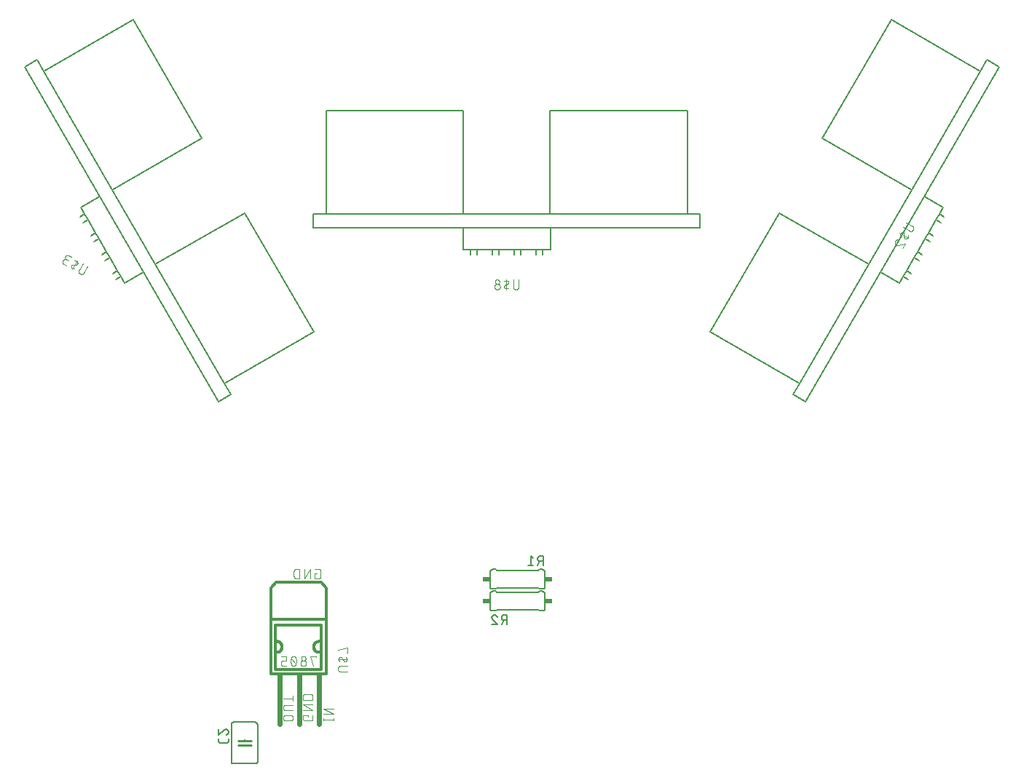
<source format=gbr>
G04 EAGLE Gerber RS-274X export*
G75*
%MOMM*%
%FSLAX34Y34*%
%LPD*%
%INSilkscreen Bottom*%
%IPPOS*%
%AMOC8*
5,1,8,0,0,1.08239X$1,22.5*%
G01*
%ADD10C,0.127000*%
%ADD11C,0.101600*%
%ADD12C,0.304800*%
%ADD13C,0.609600*%
%ADD14C,0.152400*%
%ADD15R,0.863600X0.609600*%
%ADD16C,0.254000*%


D10*
X1147705Y562064D02*
X1372705Y951776D01*
X1358537Y959956D01*
X1351037Y946965D01*
X1271037Y808401D01*
X1221037Y721799D01*
X1141037Y583235D01*
X1133537Y570244D01*
X1147705Y562064D01*
X1234805Y712926D02*
X1285605Y800914D01*
X1234805Y712926D02*
X1256802Y700226D01*
X1261247Y707925D01*
X1265057Y714524D01*
X1273947Y729922D01*
X1277757Y736521D01*
X1286647Y751919D01*
X1290457Y758518D01*
X1299347Y773916D01*
X1303157Y780515D01*
X1307602Y788214D01*
X1285605Y800914D01*
X1303157Y780515D02*
X1308656Y777340D01*
X1304846Y770741D02*
X1299347Y773916D01*
X1290457Y758518D02*
X1295956Y755343D01*
X1283256Y733346D02*
X1277757Y736521D01*
X1265057Y714524D02*
X1270556Y711349D01*
X1292146Y748744D02*
X1286647Y751919D01*
X1273947Y729922D02*
X1279446Y726747D01*
X1266746Y704750D02*
X1261247Y707925D01*
X1141037Y583235D02*
X1037114Y643235D01*
X1117114Y781799D01*
X1221037Y721799D01*
X1271037Y808401D02*
X1167114Y868401D01*
X1247114Y1006965D01*
X1351037Y946965D01*
D11*
X1264397Y770785D02*
X1271705Y766566D01*
X1271802Y766508D01*
X1271897Y766446D01*
X1271990Y766381D01*
X1272080Y766313D01*
X1272168Y766242D01*
X1272254Y766167D01*
X1272337Y766090D01*
X1272417Y766010D01*
X1272494Y765927D01*
X1272569Y765841D01*
X1272640Y765753D01*
X1272708Y765663D01*
X1272773Y765570D01*
X1272835Y765475D01*
X1272893Y765378D01*
X1272948Y765279D01*
X1272999Y765178D01*
X1273047Y765075D01*
X1273092Y764971D01*
X1273132Y764865D01*
X1273169Y764758D01*
X1273202Y764650D01*
X1273232Y764540D01*
X1273257Y764430D01*
X1273279Y764319D01*
X1273296Y764207D01*
X1273310Y764094D01*
X1273320Y763981D01*
X1273326Y763868D01*
X1273328Y763755D01*
X1273326Y763642D01*
X1273320Y763529D01*
X1273310Y763416D01*
X1273296Y763303D01*
X1273279Y763191D01*
X1273257Y763080D01*
X1273232Y762970D01*
X1273202Y762860D01*
X1273169Y762752D01*
X1273132Y762645D01*
X1273092Y762539D01*
X1273047Y762435D01*
X1272999Y762332D01*
X1272948Y762231D01*
X1272893Y762132D01*
X1272835Y762035D01*
X1272773Y761940D01*
X1272708Y761847D01*
X1272640Y761757D01*
X1272569Y761669D01*
X1272494Y761583D01*
X1272417Y761500D01*
X1272337Y761420D01*
X1272254Y761343D01*
X1272168Y761268D01*
X1272080Y761197D01*
X1271990Y761129D01*
X1271897Y761064D01*
X1271802Y761002D01*
X1271705Y760944D01*
X1271606Y760889D01*
X1271505Y760838D01*
X1271402Y760790D01*
X1271298Y760745D01*
X1271192Y760705D01*
X1271085Y760668D01*
X1270977Y760635D01*
X1270867Y760605D01*
X1270757Y760580D01*
X1270646Y760558D01*
X1270534Y760541D01*
X1270421Y760527D01*
X1270308Y760517D01*
X1270195Y760511D01*
X1270082Y760509D01*
X1269969Y760511D01*
X1269856Y760517D01*
X1269743Y760527D01*
X1269630Y760541D01*
X1269518Y760558D01*
X1269407Y760580D01*
X1269297Y760605D01*
X1269187Y760635D01*
X1269079Y760668D01*
X1268972Y760705D01*
X1268866Y760745D01*
X1268762Y760790D01*
X1268659Y760838D01*
X1268558Y760889D01*
X1268459Y760944D01*
X1268460Y760945D02*
X1261152Y765164D01*
X1257250Y758406D02*
X1267369Y752564D01*
X1262309Y755485D02*
X1262277Y757377D01*
X1262278Y757377D02*
X1262274Y757463D01*
X1262267Y757550D01*
X1262256Y757636D01*
X1262241Y757722D01*
X1262222Y757807D01*
X1262199Y757891D01*
X1262173Y757973D01*
X1262143Y758055D01*
X1262109Y758135D01*
X1262072Y758214D01*
X1262031Y758290D01*
X1261987Y758365D01*
X1261940Y758438D01*
X1261889Y758509D01*
X1261835Y758577D01*
X1261779Y758643D01*
X1261719Y758706D01*
X1261657Y758766D01*
X1261592Y758824D01*
X1261524Y758879D01*
X1261454Y758930D01*
X1261382Y758979D01*
X1261308Y759024D01*
X1261231Y759065D01*
X1261153Y759104D01*
X1261074Y759138D01*
X1260992Y759170D01*
X1260910Y759197D01*
X1260826Y759221D01*
X1260742Y759241D01*
X1260656Y759257D01*
X1260570Y759269D01*
X1260484Y759278D01*
X1260397Y759282D01*
X1260310Y759283D01*
X1260223Y759280D01*
X1260137Y759272D01*
X1260051Y759261D01*
X1259965Y759247D01*
X1259880Y759228D01*
X1259796Y759205D01*
X1259713Y759179D01*
X1259632Y759149D01*
X1259551Y759116D01*
X1259473Y759079D01*
X1259396Y759038D01*
X1259321Y758994D01*
X1259248Y758947D01*
X1259177Y758897D01*
X1259109Y758843D01*
X1259043Y758786D01*
X1258980Y758727D01*
X1258919Y758664D01*
X1258861Y758600D01*
X1258862Y758600D02*
X1258771Y758490D01*
X1258683Y758377D01*
X1258598Y758262D01*
X1258517Y758145D01*
X1258439Y758026D01*
X1258364Y757904D01*
X1258293Y757781D01*
X1258225Y757656D01*
X1258160Y757528D01*
X1258100Y757399D01*
X1258042Y757269D01*
X1257989Y757137D01*
X1257939Y757003D01*
X1257893Y756868D01*
X1257850Y756732D01*
X1257812Y756595D01*
X1257777Y756456D01*
X1257746Y756317D01*
X1257719Y756177D01*
X1257695Y756036D01*
X1257676Y755895D01*
X1257661Y755753D01*
X1257649Y755611D01*
X1257642Y755469D01*
X1257638Y755326D01*
X1257639Y755183D01*
X1262309Y755485D02*
X1262341Y753593D01*
X1262341Y753592D02*
X1262345Y753506D01*
X1262352Y753419D01*
X1262363Y753333D01*
X1262378Y753247D01*
X1262397Y753162D01*
X1262420Y753078D01*
X1262446Y752996D01*
X1262476Y752914D01*
X1262510Y752834D01*
X1262547Y752755D01*
X1262588Y752679D01*
X1262632Y752604D01*
X1262679Y752531D01*
X1262730Y752460D01*
X1262784Y752392D01*
X1262840Y752326D01*
X1262900Y752263D01*
X1262962Y752202D01*
X1263027Y752145D01*
X1263095Y752090D01*
X1263165Y752039D01*
X1263237Y751990D01*
X1263311Y751945D01*
X1263388Y751904D01*
X1263466Y751865D01*
X1263545Y751831D01*
X1263627Y751799D01*
X1263709Y751772D01*
X1263793Y751748D01*
X1263877Y751728D01*
X1263963Y751712D01*
X1264049Y751700D01*
X1264135Y751691D01*
X1264222Y751687D01*
X1264309Y751686D01*
X1264396Y751689D01*
X1264482Y751697D01*
X1264568Y751708D01*
X1264654Y751722D01*
X1264739Y751741D01*
X1264823Y751764D01*
X1264906Y751790D01*
X1264987Y751820D01*
X1265068Y751853D01*
X1265146Y751890D01*
X1265223Y751931D01*
X1265298Y751975D01*
X1265371Y752022D01*
X1265442Y752073D01*
X1265510Y752126D01*
X1265576Y752183D01*
X1265639Y752242D01*
X1265700Y752305D01*
X1265758Y752370D01*
X1265757Y752370D02*
X1265848Y752480D01*
X1265936Y752592D01*
X1266021Y752707D01*
X1266102Y752824D01*
X1266180Y752944D01*
X1266255Y753065D01*
X1266326Y753189D01*
X1266394Y753314D01*
X1266458Y753441D01*
X1266519Y753570D01*
X1266577Y753701D01*
X1266630Y753833D01*
X1266680Y753967D01*
X1266726Y754102D01*
X1266769Y754238D01*
X1266807Y754375D01*
X1266842Y754513D01*
X1266873Y754653D01*
X1266900Y754793D01*
X1266924Y754933D01*
X1266943Y755075D01*
X1266958Y755217D01*
X1266970Y755359D01*
X1266977Y755501D01*
X1266981Y755644D01*
X1266980Y755786D01*
X1251753Y748885D02*
X1251702Y748792D01*
X1251653Y748697D01*
X1251609Y748600D01*
X1251568Y748502D01*
X1251530Y748402D01*
X1251496Y748301D01*
X1251466Y748198D01*
X1251440Y748095D01*
X1251417Y747990D01*
X1251399Y747885D01*
X1251384Y747780D01*
X1251373Y747674D01*
X1251365Y747567D01*
X1251362Y747461D01*
X1251363Y747354D01*
X1251367Y747247D01*
X1251376Y747141D01*
X1251388Y747035D01*
X1251404Y746929D01*
X1251424Y746825D01*
X1251448Y746721D01*
X1251476Y746618D01*
X1251507Y746516D01*
X1251542Y746415D01*
X1251581Y746315D01*
X1251623Y746217D01*
X1251669Y746121D01*
X1251719Y746027D01*
X1251771Y745934D01*
X1251827Y745843D01*
X1251887Y745754D01*
X1251949Y745668D01*
X1252015Y745584D01*
X1252084Y745502D01*
X1252156Y745423D01*
X1252230Y745347D01*
X1252307Y745273D01*
X1252387Y745203D01*
X1252470Y745135D01*
X1252555Y745070D01*
X1252642Y745009D01*
X1252731Y744950D01*
X1252822Y744895D01*
X1251753Y748886D02*
X1251815Y748990D01*
X1251880Y749092D01*
X1251949Y749192D01*
X1252021Y749289D01*
X1252096Y749384D01*
X1252174Y749476D01*
X1252255Y749566D01*
X1252339Y749654D01*
X1252426Y749738D01*
X1252515Y749820D01*
X1252607Y749899D01*
X1252701Y749974D01*
X1252798Y750047D01*
X1252897Y750116D01*
X1252998Y750183D01*
X1253102Y750246D01*
X1253207Y750305D01*
X1253314Y750362D01*
X1253423Y750414D01*
X1253534Y750463D01*
X1253646Y750509D01*
X1253759Y750551D01*
X1253874Y750589D01*
X1253990Y750624D01*
X1254107Y750655D01*
X1254225Y750681D01*
X1254344Y750705D01*
X1254463Y750724D01*
X1254583Y750739D01*
X1254704Y750751D01*
X1254825Y750759D01*
X1254946Y750763D01*
X1255067Y750762D01*
X1255188Y750758D01*
X1255308Y750751D01*
X1255429Y750739D01*
X1255549Y750723D01*
X1255668Y750704D01*
X1255787Y750680D01*
X1255278Y744604D02*
X1255171Y744574D01*
X1255064Y744549D01*
X1254955Y744527D01*
X1254846Y744509D01*
X1254737Y744495D01*
X1254627Y744485D01*
X1254517Y744478D01*
X1254406Y744476D01*
X1254296Y744477D01*
X1254185Y744483D01*
X1254075Y744492D01*
X1253966Y744505D01*
X1253857Y744522D01*
X1253748Y744543D01*
X1253640Y744567D01*
X1253534Y744596D01*
X1253428Y744628D01*
X1253324Y744664D01*
X1253220Y744703D01*
X1253119Y744746D01*
X1253019Y744793D01*
X1252920Y744843D01*
X1252824Y744896D01*
X1255277Y744603D02*
X1263657Y746136D01*
X1260412Y740514D01*
D10*
X465195Y562064D02*
X240195Y951776D01*
X465195Y562064D02*
X479363Y570244D01*
X471863Y583235D01*
X391863Y721799D01*
X341863Y808401D01*
X261863Y946965D01*
X254363Y959956D01*
X240195Y951776D01*
X327295Y800914D02*
X378095Y712926D01*
X327295Y800914D02*
X305298Y788214D01*
X309743Y780515D01*
X313553Y773916D01*
X322443Y758518D01*
X326253Y751919D01*
X335143Y736521D01*
X338953Y729922D01*
X347843Y714524D01*
X351653Y707925D01*
X356098Y700226D01*
X378095Y712926D01*
X351653Y707925D02*
X346154Y704750D01*
X342344Y711349D02*
X347843Y714524D01*
X338953Y729922D02*
X333454Y726747D01*
X320754Y748744D02*
X326253Y751919D01*
X313553Y773916D02*
X308054Y770741D01*
X329644Y733346D02*
X335143Y736521D01*
X322443Y758518D02*
X316944Y755343D01*
X304244Y777340D02*
X309743Y780515D01*
X261863Y946965D02*
X365787Y1006965D01*
X445787Y868401D01*
X341863Y808401D01*
X391863Y721799D02*
X495787Y781799D01*
X575787Y643235D01*
X471863Y583235D01*
D11*
X308743Y712275D02*
X312963Y719583D01*
X308744Y712275D02*
X308686Y712178D01*
X308624Y712083D01*
X308559Y711990D01*
X308491Y711900D01*
X308420Y711812D01*
X308345Y711726D01*
X308268Y711643D01*
X308188Y711563D01*
X308105Y711486D01*
X308019Y711411D01*
X307931Y711340D01*
X307841Y711272D01*
X307748Y711207D01*
X307653Y711145D01*
X307556Y711087D01*
X307457Y711032D01*
X307356Y710981D01*
X307253Y710933D01*
X307149Y710888D01*
X307043Y710848D01*
X306936Y710811D01*
X306828Y710778D01*
X306718Y710748D01*
X306608Y710723D01*
X306497Y710701D01*
X306385Y710684D01*
X306272Y710670D01*
X306159Y710660D01*
X306046Y710654D01*
X305933Y710652D01*
X305820Y710654D01*
X305707Y710660D01*
X305594Y710670D01*
X305481Y710684D01*
X305369Y710701D01*
X305258Y710723D01*
X305148Y710748D01*
X305038Y710778D01*
X304930Y710811D01*
X304823Y710848D01*
X304717Y710888D01*
X304613Y710933D01*
X304510Y710981D01*
X304409Y711032D01*
X304310Y711087D01*
X304213Y711145D01*
X304118Y711207D01*
X304025Y711272D01*
X303935Y711340D01*
X303847Y711411D01*
X303761Y711486D01*
X303678Y711563D01*
X303598Y711643D01*
X303521Y711726D01*
X303446Y711812D01*
X303375Y711900D01*
X303307Y711990D01*
X303242Y712083D01*
X303180Y712178D01*
X303122Y712275D01*
X303067Y712374D01*
X303016Y712475D01*
X302968Y712578D01*
X302923Y712682D01*
X302883Y712788D01*
X302846Y712895D01*
X302813Y713003D01*
X302783Y713113D01*
X302758Y713223D01*
X302736Y713334D01*
X302719Y713446D01*
X302705Y713559D01*
X302695Y713672D01*
X302689Y713785D01*
X302687Y713898D01*
X302689Y714011D01*
X302695Y714124D01*
X302705Y714237D01*
X302719Y714350D01*
X302736Y714462D01*
X302758Y714573D01*
X302783Y714683D01*
X302813Y714793D01*
X302846Y714901D01*
X302883Y715008D01*
X302923Y715114D01*
X302968Y715218D01*
X303016Y715321D01*
X303067Y715422D01*
X303122Y715521D01*
X307341Y722829D01*
X300583Y726730D02*
X294741Y716612D01*
X297662Y721671D02*
X299554Y721703D01*
X299555Y721702D02*
X299641Y721706D01*
X299728Y721713D01*
X299814Y721724D01*
X299900Y721739D01*
X299985Y721758D01*
X300069Y721781D01*
X300151Y721807D01*
X300233Y721837D01*
X300313Y721871D01*
X300392Y721908D01*
X300468Y721949D01*
X300543Y721993D01*
X300616Y722040D01*
X300687Y722091D01*
X300755Y722145D01*
X300821Y722201D01*
X300884Y722261D01*
X300944Y722323D01*
X301002Y722388D01*
X301057Y722456D01*
X301108Y722526D01*
X301157Y722598D01*
X301202Y722672D01*
X301243Y722749D01*
X301282Y722827D01*
X301316Y722906D01*
X301348Y722988D01*
X301375Y723070D01*
X301399Y723154D01*
X301419Y723238D01*
X301435Y723324D01*
X301447Y723410D01*
X301456Y723496D01*
X301460Y723583D01*
X301461Y723670D01*
X301458Y723757D01*
X301450Y723843D01*
X301439Y723929D01*
X301425Y724015D01*
X301406Y724100D01*
X301383Y724184D01*
X301357Y724267D01*
X301327Y724348D01*
X301294Y724429D01*
X301257Y724507D01*
X301216Y724584D01*
X301172Y724659D01*
X301125Y724732D01*
X301075Y724803D01*
X301021Y724871D01*
X300964Y724937D01*
X300905Y725000D01*
X300842Y725061D01*
X300778Y725119D01*
X300777Y725119D02*
X300667Y725210D01*
X300555Y725298D01*
X300440Y725382D01*
X300323Y725464D01*
X300203Y725542D01*
X300082Y725617D01*
X299958Y725688D01*
X299833Y725756D01*
X299706Y725820D01*
X299577Y725881D01*
X299446Y725939D01*
X299314Y725992D01*
X299180Y726042D01*
X299045Y726088D01*
X298909Y726131D01*
X298772Y726169D01*
X298634Y726204D01*
X298494Y726235D01*
X298354Y726262D01*
X298214Y726286D01*
X298072Y726305D01*
X297930Y726320D01*
X297788Y726332D01*
X297646Y726339D01*
X297503Y726343D01*
X297361Y726342D01*
X297662Y721671D02*
X295770Y721639D01*
X295684Y721635D01*
X295597Y721628D01*
X295511Y721617D01*
X295425Y721602D01*
X295340Y721583D01*
X295256Y721560D01*
X295174Y721534D01*
X295092Y721504D01*
X295012Y721470D01*
X294933Y721433D01*
X294857Y721392D01*
X294782Y721348D01*
X294709Y721301D01*
X294638Y721250D01*
X294570Y721196D01*
X294504Y721140D01*
X294441Y721080D01*
X294380Y721018D01*
X294323Y720953D01*
X294268Y720885D01*
X294217Y720815D01*
X294168Y720743D01*
X294123Y720669D01*
X294082Y720592D01*
X294043Y720514D01*
X294009Y720435D01*
X293977Y720353D01*
X293950Y720271D01*
X293926Y720187D01*
X293906Y720103D01*
X293890Y720017D01*
X293878Y719931D01*
X293869Y719845D01*
X293865Y719758D01*
X293864Y719671D01*
X293867Y719584D01*
X293875Y719498D01*
X293886Y719412D01*
X293900Y719326D01*
X293919Y719241D01*
X293942Y719157D01*
X293968Y719074D01*
X293998Y718993D01*
X294031Y718912D01*
X294068Y718834D01*
X294109Y718757D01*
X294153Y718682D01*
X294200Y718609D01*
X294251Y718538D01*
X294304Y718470D01*
X294361Y718404D01*
X294420Y718341D01*
X294483Y718280D01*
X294548Y718222D01*
X294547Y718223D02*
X294657Y718132D01*
X294769Y718044D01*
X294884Y717959D01*
X295001Y717878D01*
X295121Y717800D01*
X295242Y717725D01*
X295366Y717654D01*
X295491Y717586D01*
X295618Y717522D01*
X295747Y717461D01*
X295878Y717403D01*
X296010Y717350D01*
X296144Y717300D01*
X296279Y717254D01*
X296415Y717211D01*
X296552Y717173D01*
X296690Y717138D01*
X296830Y717107D01*
X296970Y717080D01*
X297110Y717056D01*
X297252Y717037D01*
X297394Y717022D01*
X297536Y717010D01*
X297678Y717003D01*
X297821Y716999D01*
X297963Y717000D01*
X288313Y720323D02*
X285502Y721946D01*
X285502Y721945D02*
X285405Y722003D01*
X285310Y722065D01*
X285217Y722130D01*
X285127Y722198D01*
X285039Y722269D01*
X284953Y722344D01*
X284870Y722421D01*
X284790Y722501D01*
X284713Y722584D01*
X284638Y722670D01*
X284567Y722758D01*
X284499Y722848D01*
X284434Y722941D01*
X284372Y723036D01*
X284314Y723133D01*
X284259Y723232D01*
X284208Y723333D01*
X284160Y723436D01*
X284115Y723540D01*
X284075Y723646D01*
X284038Y723753D01*
X284005Y723861D01*
X283975Y723971D01*
X283950Y724081D01*
X283928Y724192D01*
X283911Y724304D01*
X283897Y724417D01*
X283887Y724530D01*
X283881Y724643D01*
X283879Y724756D01*
X283881Y724869D01*
X283887Y724982D01*
X283897Y725095D01*
X283911Y725208D01*
X283928Y725320D01*
X283950Y725431D01*
X283975Y725541D01*
X284005Y725651D01*
X284038Y725759D01*
X284075Y725866D01*
X284115Y725972D01*
X284160Y726076D01*
X284208Y726179D01*
X284259Y726280D01*
X284314Y726379D01*
X284372Y726476D01*
X284434Y726571D01*
X284499Y726664D01*
X284567Y726754D01*
X284638Y726842D01*
X284713Y726928D01*
X284790Y727011D01*
X284870Y727091D01*
X284953Y727168D01*
X285039Y727243D01*
X285127Y727314D01*
X285217Y727382D01*
X285310Y727447D01*
X285405Y727509D01*
X285502Y727567D01*
X285601Y727622D01*
X285702Y727673D01*
X285805Y727721D01*
X285909Y727766D01*
X286015Y727806D01*
X286122Y727843D01*
X286230Y727876D01*
X286340Y727906D01*
X286450Y727931D01*
X286561Y727953D01*
X286673Y727970D01*
X286786Y727984D01*
X286899Y727994D01*
X287012Y728000D01*
X287125Y728002D01*
X287238Y728000D01*
X287351Y727994D01*
X287464Y727984D01*
X287577Y727970D01*
X287689Y727953D01*
X287800Y727931D01*
X287910Y727906D01*
X288020Y727876D01*
X288128Y727843D01*
X288235Y727806D01*
X288341Y727766D01*
X288445Y727721D01*
X288548Y727673D01*
X288649Y727622D01*
X288748Y727567D01*
X290782Y732389D02*
X294155Y730441D01*
X290783Y732389D02*
X290694Y732438D01*
X290604Y732483D01*
X290513Y732525D01*
X290419Y732563D01*
X290325Y732597D01*
X290229Y732628D01*
X290132Y732655D01*
X290034Y732678D01*
X289935Y732698D01*
X289835Y732713D01*
X289735Y732725D01*
X289635Y732733D01*
X289534Y732737D01*
X289434Y732737D01*
X289333Y732733D01*
X289233Y732725D01*
X289133Y732713D01*
X289033Y732698D01*
X288934Y732678D01*
X288836Y732655D01*
X288739Y732628D01*
X288643Y732597D01*
X288549Y732563D01*
X288455Y732525D01*
X288364Y732483D01*
X288274Y732438D01*
X288186Y732389D01*
X288099Y732337D01*
X288015Y732282D01*
X287933Y732223D01*
X287854Y732161D01*
X287776Y732097D01*
X287702Y732029D01*
X287630Y731958D01*
X287561Y731885D01*
X287495Y731809D01*
X287431Y731731D01*
X287371Y731650D01*
X287314Y731567D01*
X287261Y731482D01*
X287210Y731395D01*
X287163Y731306D01*
X287120Y731215D01*
X287080Y731122D01*
X287044Y731028D01*
X287011Y730933D01*
X286982Y730836D01*
X286957Y730739D01*
X286936Y730640D01*
X286918Y730541D01*
X286905Y730441D01*
X286895Y730341D01*
X286889Y730241D01*
X286887Y730140D01*
X286889Y730039D01*
X286895Y729939D01*
X286905Y729839D01*
X286918Y729739D01*
X286936Y729640D01*
X286957Y729541D01*
X286982Y729444D01*
X287011Y729347D01*
X287044Y729252D01*
X287080Y729158D01*
X287120Y729065D01*
X287163Y728974D01*
X287210Y728885D01*
X287261Y728798D01*
X287314Y728713D01*
X287371Y728630D01*
X287431Y728549D01*
X287495Y728471D01*
X287561Y728395D01*
X287630Y728322D01*
X287702Y728251D01*
X287776Y728183D01*
X287854Y728119D01*
X287933Y728057D01*
X288015Y727998D01*
X288099Y727943D01*
X288186Y727891D01*
X288186Y727892D02*
X290434Y726593D01*
D12*
X525780Y245110D02*
X590550Y245110D01*
X525780Y245110D02*
X525780Y308610D01*
X590550Y308610D01*
X590550Y245110D01*
X584200Y302260D02*
X530860Y302260D01*
X530860Y250190D01*
X584200Y250190D01*
X584200Y302260D01*
X581660Y283210D02*
X581502Y283193D01*
X581344Y283171D01*
X581187Y283145D01*
X581031Y283116D01*
X580875Y283082D01*
X580721Y283045D01*
X580567Y283004D01*
X580414Y282959D01*
X580263Y282910D01*
X580113Y282857D01*
X579964Y282801D01*
X579816Y282741D01*
X579670Y282677D01*
X579526Y282610D01*
X579384Y282539D01*
X579243Y282465D01*
X579104Y282387D01*
X578967Y282306D01*
X578833Y282221D01*
X578700Y282133D01*
X578570Y282042D01*
X578442Y281947D01*
X578316Y281850D01*
X578193Y281749D01*
X578072Y281645D01*
X577954Y281538D01*
X577839Y281429D01*
X577726Y281316D01*
X577617Y281201D01*
X577510Y281083D01*
X577406Y280962D01*
X577305Y280839D01*
X577208Y280714D01*
X577113Y280586D01*
X577022Y280455D01*
X576934Y280323D01*
X576849Y280188D01*
X576768Y280051D01*
X576690Y279912D01*
X576616Y279772D01*
X576545Y279629D01*
X576478Y279485D01*
X576414Y279339D01*
X576354Y279192D01*
X576298Y279043D01*
X576245Y278893D01*
X576197Y278741D01*
X576152Y278589D01*
X576110Y278435D01*
X576073Y278280D01*
X576040Y278125D01*
X576010Y277968D01*
X575984Y277811D01*
X575963Y277654D01*
X575945Y277495D01*
X575931Y277337D01*
X575921Y277178D01*
X575915Y277019D01*
X575913Y276860D01*
X575915Y276701D01*
X575921Y276542D01*
X575931Y276383D01*
X575945Y276225D01*
X575963Y276066D01*
X575984Y275909D01*
X576010Y275752D01*
X576040Y275595D01*
X576073Y275440D01*
X576110Y275285D01*
X576152Y275131D01*
X576197Y274979D01*
X576245Y274827D01*
X576298Y274677D01*
X576354Y274528D01*
X576414Y274381D01*
X576478Y274235D01*
X576545Y274091D01*
X576616Y273948D01*
X576690Y273808D01*
X576768Y273669D01*
X576849Y273532D01*
X576934Y273397D01*
X577022Y273265D01*
X577113Y273134D01*
X577208Y273006D01*
X577305Y272881D01*
X577406Y272758D01*
X577510Y272637D01*
X577617Y272519D01*
X577726Y272404D01*
X577839Y272291D01*
X577954Y272182D01*
X578072Y272075D01*
X578193Y271971D01*
X578316Y271870D01*
X578442Y271773D01*
X578570Y271678D01*
X578700Y271587D01*
X578833Y271499D01*
X578967Y271414D01*
X579104Y271333D01*
X579243Y271255D01*
X579384Y271181D01*
X579526Y271110D01*
X579670Y271043D01*
X579816Y270979D01*
X579964Y270919D01*
X580113Y270863D01*
X580263Y270810D01*
X580414Y270761D01*
X580567Y270716D01*
X580721Y270675D01*
X580875Y270638D01*
X581031Y270604D01*
X581187Y270575D01*
X581344Y270549D01*
X581502Y270527D01*
X581660Y270510D01*
X533400Y270510D02*
X533558Y270527D01*
X533716Y270549D01*
X533873Y270575D01*
X534029Y270604D01*
X534185Y270638D01*
X534339Y270675D01*
X534493Y270716D01*
X534646Y270761D01*
X534797Y270810D01*
X534947Y270863D01*
X535096Y270919D01*
X535244Y270979D01*
X535390Y271043D01*
X535534Y271110D01*
X535676Y271181D01*
X535817Y271255D01*
X535956Y271333D01*
X536093Y271414D01*
X536227Y271499D01*
X536360Y271587D01*
X536490Y271678D01*
X536618Y271773D01*
X536744Y271870D01*
X536867Y271971D01*
X536988Y272075D01*
X537106Y272182D01*
X537221Y272291D01*
X537334Y272404D01*
X537443Y272519D01*
X537550Y272637D01*
X537654Y272758D01*
X537755Y272881D01*
X537852Y273006D01*
X537947Y273134D01*
X538038Y273265D01*
X538126Y273397D01*
X538211Y273532D01*
X538292Y273669D01*
X538370Y273808D01*
X538444Y273948D01*
X538515Y274091D01*
X538582Y274235D01*
X538646Y274381D01*
X538706Y274528D01*
X538762Y274677D01*
X538815Y274827D01*
X538863Y274979D01*
X538908Y275131D01*
X538950Y275285D01*
X538987Y275440D01*
X539020Y275595D01*
X539050Y275752D01*
X539076Y275909D01*
X539097Y276066D01*
X539115Y276225D01*
X539129Y276383D01*
X539139Y276542D01*
X539145Y276701D01*
X539147Y276860D01*
X539145Y277019D01*
X539139Y277178D01*
X539129Y277337D01*
X539115Y277495D01*
X539097Y277654D01*
X539076Y277811D01*
X539050Y277968D01*
X539020Y278125D01*
X538987Y278280D01*
X538950Y278435D01*
X538908Y278589D01*
X538863Y278741D01*
X538815Y278893D01*
X538762Y279043D01*
X538706Y279192D01*
X538646Y279339D01*
X538582Y279485D01*
X538515Y279629D01*
X538444Y279772D01*
X538370Y279912D01*
X538292Y280051D01*
X538211Y280188D01*
X538126Y280323D01*
X538038Y280455D01*
X537947Y280586D01*
X537852Y280714D01*
X537755Y280839D01*
X537654Y280962D01*
X537550Y281083D01*
X537443Y281201D01*
X537334Y281316D01*
X537221Y281429D01*
X537106Y281538D01*
X536988Y281645D01*
X536867Y281749D01*
X536744Y281850D01*
X536618Y281947D01*
X536490Y282042D01*
X536360Y282133D01*
X536227Y282221D01*
X536093Y282306D01*
X535956Y282387D01*
X535817Y282465D01*
X535676Y282539D01*
X535534Y282610D01*
X535390Y282677D01*
X535244Y282741D01*
X535096Y282801D01*
X534947Y282857D01*
X534797Y282910D01*
X534646Y282959D01*
X534493Y283004D01*
X534339Y283045D01*
X534185Y283082D01*
X534029Y283116D01*
X533873Y283145D01*
X533716Y283171D01*
X533558Y283193D01*
X533400Y283210D01*
X590550Y309880D02*
X590550Y345440D01*
X584200Y351790D01*
X532130Y351790D01*
X525780Y345440D01*
X525780Y308610D01*
D13*
X581660Y242570D02*
X581660Y186690D01*
X558800Y186690D02*
X558800Y242570D01*
X535940Y242570D02*
X535940Y186690D01*
D11*
X587248Y192306D02*
X598932Y192306D01*
X587248Y191008D02*
X587248Y193604D01*
X598932Y193604D02*
X598932Y191008D01*
X598932Y198586D02*
X587248Y198586D01*
X587248Y205077D02*
X598932Y198586D01*
X598932Y205077D02*
X587248Y205077D01*
X569609Y197499D02*
X569609Y195552D01*
X569609Y197499D02*
X563118Y197499D01*
X563118Y193604D01*
X563120Y193505D01*
X563126Y193405D01*
X563135Y193306D01*
X563148Y193208D01*
X563165Y193110D01*
X563186Y193012D01*
X563211Y192916D01*
X563239Y192821D01*
X563271Y192727D01*
X563306Y192634D01*
X563345Y192542D01*
X563388Y192452D01*
X563433Y192364D01*
X563483Y192277D01*
X563535Y192193D01*
X563591Y192110D01*
X563649Y192030D01*
X563711Y191952D01*
X563776Y191877D01*
X563844Y191804D01*
X563914Y191734D01*
X563987Y191666D01*
X564062Y191601D01*
X564140Y191539D01*
X564220Y191481D01*
X564303Y191425D01*
X564387Y191373D01*
X564474Y191323D01*
X564562Y191278D01*
X564652Y191235D01*
X564744Y191196D01*
X564837Y191161D01*
X564931Y191129D01*
X565026Y191101D01*
X565122Y191076D01*
X565220Y191055D01*
X565318Y191038D01*
X565416Y191025D01*
X565515Y191016D01*
X565615Y191010D01*
X565714Y191008D01*
X572206Y191008D01*
X572305Y191010D01*
X572405Y191016D01*
X572504Y191025D01*
X572602Y191038D01*
X572700Y191055D01*
X572798Y191076D01*
X572894Y191101D01*
X572989Y191129D01*
X573083Y191161D01*
X573176Y191196D01*
X573268Y191235D01*
X573358Y191278D01*
X573446Y191323D01*
X573533Y191373D01*
X573617Y191425D01*
X573700Y191481D01*
X573780Y191539D01*
X573858Y191601D01*
X573933Y191666D01*
X574006Y191734D01*
X574076Y191804D01*
X574144Y191877D01*
X574209Y191952D01*
X574271Y192030D01*
X574329Y192110D01*
X574385Y192193D01*
X574437Y192277D01*
X574487Y192364D01*
X574532Y192452D01*
X574575Y192542D01*
X574614Y192634D01*
X574649Y192726D01*
X574681Y192821D01*
X574709Y192916D01*
X574734Y193012D01*
X574755Y193110D01*
X574772Y193208D01*
X574785Y193306D01*
X574794Y193405D01*
X574800Y193505D01*
X574802Y193604D01*
X574802Y197499D01*
X574802Y203200D02*
X563118Y203200D01*
X563118Y209691D02*
X574802Y203200D01*
X574802Y209691D02*
X563118Y209691D01*
X563118Y215392D02*
X574802Y215392D01*
X574802Y218637D01*
X574800Y218750D01*
X574794Y218863D01*
X574784Y218976D01*
X574770Y219089D01*
X574753Y219201D01*
X574731Y219312D01*
X574706Y219422D01*
X574676Y219532D01*
X574643Y219640D01*
X574606Y219747D01*
X574566Y219853D01*
X574521Y219957D01*
X574473Y220060D01*
X574422Y220161D01*
X574367Y220260D01*
X574309Y220357D01*
X574247Y220452D01*
X574182Y220545D01*
X574114Y220635D01*
X574043Y220723D01*
X573968Y220809D01*
X573891Y220892D01*
X573811Y220972D01*
X573728Y221049D01*
X573642Y221124D01*
X573554Y221195D01*
X573464Y221263D01*
X573371Y221328D01*
X573276Y221390D01*
X573179Y221448D01*
X573080Y221503D01*
X572979Y221554D01*
X572876Y221602D01*
X572772Y221647D01*
X572666Y221687D01*
X572559Y221724D01*
X572451Y221757D01*
X572341Y221787D01*
X572231Y221812D01*
X572120Y221834D01*
X572008Y221851D01*
X571895Y221865D01*
X571782Y221875D01*
X571669Y221881D01*
X571556Y221883D01*
X566364Y221883D01*
X566251Y221881D01*
X566138Y221875D01*
X566025Y221865D01*
X565912Y221851D01*
X565800Y221834D01*
X565689Y221812D01*
X565579Y221787D01*
X565469Y221757D01*
X565361Y221724D01*
X565254Y221687D01*
X565148Y221647D01*
X565044Y221602D01*
X564941Y221554D01*
X564840Y221503D01*
X564741Y221448D01*
X564644Y221390D01*
X564549Y221328D01*
X564456Y221263D01*
X564366Y221195D01*
X564278Y221124D01*
X564192Y221049D01*
X564109Y220972D01*
X564029Y220892D01*
X563952Y220809D01*
X563877Y220723D01*
X563806Y220635D01*
X563738Y220545D01*
X563673Y220452D01*
X563611Y220357D01*
X563553Y220260D01*
X563498Y220161D01*
X563447Y220060D01*
X563399Y219957D01*
X563354Y219853D01*
X563314Y219747D01*
X563277Y219640D01*
X563244Y219532D01*
X563214Y219422D01*
X563189Y219312D01*
X563167Y219201D01*
X563150Y219089D01*
X563136Y218976D01*
X563126Y218863D01*
X563120Y218750D01*
X563118Y218637D01*
X563118Y215392D01*
X548696Y191008D02*
X543504Y191008D01*
X548696Y191008D02*
X548809Y191010D01*
X548922Y191016D01*
X549035Y191026D01*
X549148Y191040D01*
X549260Y191057D01*
X549371Y191079D01*
X549481Y191104D01*
X549591Y191134D01*
X549699Y191167D01*
X549806Y191204D01*
X549912Y191244D01*
X550016Y191289D01*
X550119Y191337D01*
X550220Y191388D01*
X550319Y191443D01*
X550416Y191501D01*
X550511Y191563D01*
X550604Y191628D01*
X550694Y191696D01*
X550782Y191767D01*
X550868Y191842D01*
X550951Y191919D01*
X551031Y191999D01*
X551108Y192082D01*
X551183Y192168D01*
X551254Y192256D01*
X551322Y192346D01*
X551387Y192439D01*
X551449Y192534D01*
X551507Y192631D01*
X551562Y192730D01*
X551613Y192831D01*
X551661Y192934D01*
X551706Y193038D01*
X551746Y193144D01*
X551783Y193251D01*
X551816Y193359D01*
X551846Y193469D01*
X551871Y193579D01*
X551893Y193690D01*
X551910Y193802D01*
X551924Y193915D01*
X551934Y194028D01*
X551940Y194141D01*
X551942Y194254D01*
X551940Y194367D01*
X551934Y194480D01*
X551924Y194593D01*
X551910Y194706D01*
X551893Y194818D01*
X551871Y194929D01*
X551846Y195039D01*
X551816Y195149D01*
X551783Y195257D01*
X551746Y195364D01*
X551706Y195470D01*
X551661Y195574D01*
X551613Y195677D01*
X551562Y195778D01*
X551507Y195877D01*
X551449Y195974D01*
X551387Y196069D01*
X551322Y196162D01*
X551254Y196252D01*
X551183Y196340D01*
X551108Y196426D01*
X551031Y196509D01*
X550951Y196589D01*
X550868Y196666D01*
X550782Y196741D01*
X550694Y196812D01*
X550604Y196880D01*
X550511Y196945D01*
X550416Y197007D01*
X550319Y197065D01*
X550220Y197120D01*
X550119Y197171D01*
X550016Y197219D01*
X549912Y197264D01*
X549806Y197304D01*
X549699Y197341D01*
X549591Y197374D01*
X549481Y197404D01*
X549371Y197429D01*
X549260Y197451D01*
X549148Y197468D01*
X549035Y197482D01*
X548922Y197492D01*
X548809Y197498D01*
X548696Y197500D01*
X548696Y197499D02*
X543504Y197499D01*
X543504Y197500D02*
X543391Y197498D01*
X543278Y197492D01*
X543165Y197482D01*
X543052Y197468D01*
X542940Y197451D01*
X542829Y197429D01*
X542719Y197404D01*
X542609Y197374D01*
X542501Y197341D01*
X542394Y197304D01*
X542288Y197264D01*
X542184Y197219D01*
X542081Y197171D01*
X541980Y197120D01*
X541881Y197065D01*
X541784Y197007D01*
X541689Y196945D01*
X541596Y196880D01*
X541506Y196812D01*
X541418Y196741D01*
X541332Y196666D01*
X541249Y196589D01*
X541169Y196509D01*
X541092Y196426D01*
X541017Y196340D01*
X540946Y196252D01*
X540878Y196162D01*
X540813Y196069D01*
X540751Y195974D01*
X540693Y195877D01*
X540638Y195778D01*
X540587Y195677D01*
X540539Y195574D01*
X540494Y195470D01*
X540454Y195364D01*
X540417Y195257D01*
X540384Y195149D01*
X540354Y195039D01*
X540329Y194929D01*
X540307Y194818D01*
X540290Y194706D01*
X540276Y194593D01*
X540266Y194480D01*
X540260Y194367D01*
X540258Y194254D01*
X540260Y194141D01*
X540266Y194028D01*
X540276Y193915D01*
X540290Y193802D01*
X540307Y193690D01*
X540329Y193579D01*
X540354Y193469D01*
X540384Y193359D01*
X540417Y193251D01*
X540454Y193144D01*
X540494Y193038D01*
X540539Y192934D01*
X540587Y192831D01*
X540638Y192730D01*
X540693Y192631D01*
X540751Y192534D01*
X540813Y192439D01*
X540878Y192346D01*
X540946Y192256D01*
X541017Y192168D01*
X541092Y192082D01*
X541169Y191999D01*
X541249Y191919D01*
X541332Y191842D01*
X541418Y191767D01*
X541506Y191696D01*
X541596Y191628D01*
X541689Y191563D01*
X541784Y191501D01*
X541881Y191443D01*
X541980Y191388D01*
X542081Y191337D01*
X542184Y191289D01*
X542288Y191244D01*
X542394Y191204D01*
X542501Y191167D01*
X542609Y191134D01*
X542719Y191104D01*
X542829Y191079D01*
X542940Y191057D01*
X543052Y191040D01*
X543165Y191026D01*
X543278Y191016D01*
X543391Y191010D01*
X543504Y191008D01*
X543504Y202819D02*
X551942Y202819D01*
X543504Y202819D02*
X543391Y202821D01*
X543278Y202827D01*
X543165Y202837D01*
X543052Y202851D01*
X542940Y202868D01*
X542829Y202890D01*
X542719Y202915D01*
X542609Y202945D01*
X542501Y202978D01*
X542394Y203015D01*
X542288Y203055D01*
X542184Y203100D01*
X542081Y203148D01*
X541980Y203199D01*
X541881Y203254D01*
X541784Y203312D01*
X541689Y203374D01*
X541596Y203439D01*
X541506Y203507D01*
X541418Y203578D01*
X541332Y203653D01*
X541249Y203730D01*
X541169Y203810D01*
X541092Y203893D01*
X541017Y203979D01*
X540946Y204067D01*
X540878Y204157D01*
X540813Y204250D01*
X540751Y204345D01*
X540693Y204442D01*
X540638Y204541D01*
X540587Y204642D01*
X540539Y204745D01*
X540494Y204849D01*
X540454Y204955D01*
X540417Y205062D01*
X540384Y205170D01*
X540354Y205280D01*
X540329Y205390D01*
X540307Y205501D01*
X540290Y205613D01*
X540276Y205726D01*
X540266Y205839D01*
X540260Y205952D01*
X540258Y206065D01*
X540260Y206178D01*
X540266Y206291D01*
X540276Y206404D01*
X540290Y206517D01*
X540307Y206629D01*
X540329Y206740D01*
X540354Y206850D01*
X540384Y206960D01*
X540417Y207068D01*
X540454Y207175D01*
X540494Y207281D01*
X540539Y207385D01*
X540587Y207488D01*
X540638Y207589D01*
X540693Y207688D01*
X540751Y207785D01*
X540813Y207880D01*
X540878Y207973D01*
X540946Y208063D01*
X541017Y208151D01*
X541092Y208237D01*
X541169Y208320D01*
X541249Y208400D01*
X541332Y208477D01*
X541418Y208552D01*
X541506Y208623D01*
X541596Y208691D01*
X541689Y208756D01*
X541784Y208818D01*
X541881Y208876D01*
X541980Y208931D01*
X542081Y208982D01*
X542184Y209030D01*
X542288Y209075D01*
X542394Y209115D01*
X542501Y209152D01*
X542609Y209185D01*
X542719Y209215D01*
X542829Y209240D01*
X542940Y209262D01*
X543052Y209279D01*
X543165Y209293D01*
X543278Y209303D01*
X543391Y209309D01*
X543504Y209311D01*
X543504Y209310D02*
X551942Y209310D01*
X551942Y217113D02*
X540258Y217113D01*
X551942Y213868D02*
X551942Y220359D01*
X577201Y362599D02*
X579148Y362599D01*
X577201Y362599D02*
X577201Y356108D01*
X581096Y356108D01*
X581195Y356110D01*
X581295Y356116D01*
X581394Y356125D01*
X581492Y356138D01*
X581590Y356155D01*
X581688Y356176D01*
X581784Y356201D01*
X581879Y356229D01*
X581973Y356261D01*
X582066Y356296D01*
X582158Y356335D01*
X582248Y356378D01*
X582336Y356423D01*
X582423Y356473D01*
X582507Y356525D01*
X582590Y356581D01*
X582670Y356639D01*
X582748Y356701D01*
X582823Y356766D01*
X582896Y356834D01*
X582966Y356904D01*
X583034Y356977D01*
X583099Y357052D01*
X583161Y357130D01*
X583219Y357210D01*
X583275Y357293D01*
X583327Y357377D01*
X583377Y357464D01*
X583422Y357552D01*
X583465Y357642D01*
X583504Y357734D01*
X583539Y357827D01*
X583571Y357921D01*
X583599Y358016D01*
X583624Y358112D01*
X583645Y358210D01*
X583662Y358308D01*
X583675Y358406D01*
X583684Y358505D01*
X583690Y358605D01*
X583692Y358704D01*
X583692Y365196D01*
X583690Y365295D01*
X583684Y365395D01*
X583675Y365494D01*
X583662Y365592D01*
X583645Y365690D01*
X583624Y365788D01*
X583599Y365884D01*
X583571Y365979D01*
X583539Y366073D01*
X583504Y366166D01*
X583465Y366258D01*
X583422Y366348D01*
X583377Y366436D01*
X583327Y366523D01*
X583275Y366607D01*
X583219Y366690D01*
X583161Y366770D01*
X583099Y366848D01*
X583034Y366923D01*
X582966Y366996D01*
X582896Y367066D01*
X582823Y367134D01*
X582748Y367199D01*
X582670Y367261D01*
X582590Y367319D01*
X582507Y367375D01*
X582423Y367427D01*
X582336Y367477D01*
X582248Y367522D01*
X582158Y367565D01*
X582066Y367604D01*
X581973Y367639D01*
X581879Y367671D01*
X581784Y367699D01*
X581688Y367724D01*
X581590Y367745D01*
X581492Y367762D01*
X581394Y367775D01*
X581295Y367784D01*
X581195Y367790D01*
X581096Y367792D01*
X577201Y367792D01*
X571500Y367792D02*
X571500Y356108D01*
X565009Y356108D02*
X571500Y367792D01*
X565009Y367792D02*
X565009Y356108D01*
X559308Y356108D02*
X559308Y367792D01*
X556063Y367792D01*
X555950Y367790D01*
X555837Y367784D01*
X555724Y367774D01*
X555611Y367760D01*
X555499Y367743D01*
X555388Y367721D01*
X555278Y367696D01*
X555168Y367666D01*
X555060Y367633D01*
X554953Y367596D01*
X554847Y367556D01*
X554743Y367511D01*
X554640Y367463D01*
X554539Y367412D01*
X554440Y367357D01*
X554343Y367299D01*
X554248Y367237D01*
X554155Y367172D01*
X554065Y367104D01*
X553977Y367033D01*
X553891Y366958D01*
X553808Y366881D01*
X553728Y366801D01*
X553651Y366718D01*
X553576Y366632D01*
X553505Y366544D01*
X553437Y366454D01*
X553372Y366361D01*
X553310Y366266D01*
X553252Y366169D01*
X553197Y366070D01*
X553146Y365969D01*
X553098Y365866D01*
X553053Y365762D01*
X553013Y365656D01*
X552976Y365549D01*
X552943Y365441D01*
X552913Y365331D01*
X552888Y365221D01*
X552866Y365110D01*
X552849Y364998D01*
X552835Y364885D01*
X552825Y364772D01*
X552819Y364659D01*
X552817Y364546D01*
X552817Y359354D01*
X552819Y359241D01*
X552825Y359128D01*
X552835Y359015D01*
X552849Y358902D01*
X552866Y358790D01*
X552888Y358679D01*
X552913Y358569D01*
X552943Y358459D01*
X552976Y358351D01*
X553013Y358244D01*
X553053Y358138D01*
X553098Y358034D01*
X553146Y357931D01*
X553197Y357830D01*
X553252Y357731D01*
X553310Y357634D01*
X553372Y357539D01*
X553437Y357446D01*
X553505Y357356D01*
X553576Y357268D01*
X553651Y357182D01*
X553728Y357099D01*
X553808Y357019D01*
X553891Y356942D01*
X553977Y356867D01*
X554065Y356796D01*
X554155Y356728D01*
X554248Y356663D01*
X554343Y356601D01*
X554440Y356543D01*
X554539Y356488D01*
X554640Y356437D01*
X554743Y356389D01*
X554847Y356344D01*
X554953Y356304D01*
X555060Y356267D01*
X555168Y356234D01*
X555278Y356204D01*
X555388Y356179D01*
X555499Y356157D01*
X555611Y356140D01*
X555724Y356126D01*
X555837Y356116D01*
X555950Y356110D01*
X556063Y356108D01*
X559308Y356108D01*
X578612Y266192D02*
X578612Y264894D01*
X578612Y266192D02*
X572121Y266192D01*
X575366Y254508D01*
X567182Y257754D02*
X567180Y257867D01*
X567174Y257980D01*
X567164Y258093D01*
X567150Y258206D01*
X567133Y258318D01*
X567111Y258429D01*
X567086Y258539D01*
X567056Y258649D01*
X567023Y258757D01*
X566986Y258864D01*
X566946Y258970D01*
X566901Y259074D01*
X566853Y259177D01*
X566802Y259278D01*
X566747Y259377D01*
X566689Y259474D01*
X566627Y259569D01*
X566562Y259662D01*
X566494Y259752D01*
X566423Y259840D01*
X566348Y259926D01*
X566271Y260009D01*
X566191Y260089D01*
X566108Y260166D01*
X566022Y260241D01*
X565934Y260312D01*
X565844Y260380D01*
X565751Y260445D01*
X565656Y260507D01*
X565559Y260565D01*
X565460Y260620D01*
X565359Y260671D01*
X565256Y260719D01*
X565152Y260764D01*
X565046Y260804D01*
X564939Y260841D01*
X564831Y260874D01*
X564721Y260904D01*
X564611Y260929D01*
X564500Y260951D01*
X564388Y260968D01*
X564275Y260982D01*
X564162Y260992D01*
X564049Y260998D01*
X563936Y261000D01*
X563823Y260998D01*
X563710Y260992D01*
X563597Y260982D01*
X563484Y260968D01*
X563372Y260951D01*
X563261Y260929D01*
X563151Y260904D01*
X563041Y260874D01*
X562933Y260841D01*
X562826Y260804D01*
X562720Y260764D01*
X562616Y260719D01*
X562513Y260671D01*
X562412Y260620D01*
X562313Y260565D01*
X562216Y260507D01*
X562121Y260445D01*
X562028Y260380D01*
X561938Y260312D01*
X561850Y260241D01*
X561764Y260166D01*
X561681Y260089D01*
X561601Y260009D01*
X561524Y259926D01*
X561449Y259840D01*
X561378Y259752D01*
X561310Y259662D01*
X561245Y259569D01*
X561183Y259474D01*
X561125Y259377D01*
X561070Y259278D01*
X561019Y259177D01*
X560971Y259074D01*
X560926Y258970D01*
X560886Y258864D01*
X560849Y258757D01*
X560816Y258649D01*
X560786Y258539D01*
X560761Y258429D01*
X560739Y258318D01*
X560722Y258206D01*
X560708Y258093D01*
X560698Y257980D01*
X560692Y257867D01*
X560690Y257754D01*
X560692Y257641D01*
X560698Y257528D01*
X560708Y257415D01*
X560722Y257302D01*
X560739Y257190D01*
X560761Y257079D01*
X560786Y256969D01*
X560816Y256859D01*
X560849Y256751D01*
X560886Y256644D01*
X560926Y256538D01*
X560971Y256434D01*
X561019Y256331D01*
X561070Y256230D01*
X561125Y256131D01*
X561183Y256034D01*
X561245Y255939D01*
X561310Y255846D01*
X561378Y255756D01*
X561449Y255668D01*
X561524Y255582D01*
X561601Y255499D01*
X561681Y255419D01*
X561764Y255342D01*
X561850Y255267D01*
X561938Y255196D01*
X562028Y255128D01*
X562121Y255063D01*
X562216Y255001D01*
X562313Y254943D01*
X562412Y254888D01*
X562513Y254837D01*
X562616Y254789D01*
X562720Y254744D01*
X562826Y254704D01*
X562933Y254667D01*
X563041Y254634D01*
X563151Y254604D01*
X563261Y254579D01*
X563372Y254557D01*
X563484Y254540D01*
X563597Y254526D01*
X563710Y254516D01*
X563823Y254510D01*
X563936Y254508D01*
X564049Y254510D01*
X564162Y254516D01*
X564275Y254526D01*
X564388Y254540D01*
X564500Y254557D01*
X564611Y254579D01*
X564721Y254604D01*
X564831Y254634D01*
X564939Y254667D01*
X565046Y254704D01*
X565152Y254744D01*
X565256Y254789D01*
X565359Y254837D01*
X565460Y254888D01*
X565559Y254943D01*
X565656Y255001D01*
X565751Y255063D01*
X565844Y255128D01*
X565934Y255196D01*
X566022Y255267D01*
X566108Y255342D01*
X566191Y255419D01*
X566271Y255499D01*
X566348Y255582D01*
X566423Y255668D01*
X566494Y255756D01*
X566562Y255846D01*
X566627Y255939D01*
X566689Y256034D01*
X566747Y256131D01*
X566802Y256230D01*
X566853Y256331D01*
X566901Y256434D01*
X566946Y256538D01*
X566986Y256644D01*
X567023Y256751D01*
X567056Y256859D01*
X567086Y256969D01*
X567111Y257079D01*
X567133Y257190D01*
X567150Y257302D01*
X567164Y257415D01*
X567174Y257528D01*
X567180Y257641D01*
X567182Y257754D01*
X566532Y263596D02*
X566530Y263697D01*
X566524Y263797D01*
X566514Y263897D01*
X566501Y263997D01*
X566483Y264096D01*
X566462Y264195D01*
X566437Y264292D01*
X566408Y264389D01*
X566375Y264484D01*
X566339Y264578D01*
X566299Y264670D01*
X566256Y264761D01*
X566209Y264850D01*
X566159Y264937D01*
X566105Y265023D01*
X566048Y265106D01*
X565988Y265186D01*
X565925Y265265D01*
X565858Y265341D01*
X565789Y265414D01*
X565717Y265484D01*
X565643Y265552D01*
X565566Y265617D01*
X565486Y265678D01*
X565404Y265737D01*
X565320Y265792D01*
X565234Y265844D01*
X565146Y265893D01*
X565056Y265938D01*
X564964Y265980D01*
X564871Y266018D01*
X564776Y266052D01*
X564681Y266083D01*
X564584Y266110D01*
X564486Y266133D01*
X564387Y266153D01*
X564287Y266168D01*
X564187Y266180D01*
X564087Y266188D01*
X563986Y266192D01*
X563886Y266192D01*
X563785Y266188D01*
X563685Y266180D01*
X563585Y266168D01*
X563485Y266153D01*
X563386Y266133D01*
X563288Y266110D01*
X563191Y266083D01*
X563096Y266052D01*
X563001Y266018D01*
X562908Y265980D01*
X562816Y265938D01*
X562726Y265893D01*
X562638Y265844D01*
X562552Y265792D01*
X562468Y265737D01*
X562386Y265678D01*
X562306Y265617D01*
X562229Y265552D01*
X562155Y265484D01*
X562083Y265414D01*
X562014Y265341D01*
X561947Y265265D01*
X561884Y265186D01*
X561824Y265106D01*
X561767Y265023D01*
X561713Y264937D01*
X561663Y264850D01*
X561616Y264761D01*
X561573Y264670D01*
X561533Y264578D01*
X561497Y264484D01*
X561464Y264389D01*
X561435Y264292D01*
X561410Y264195D01*
X561389Y264096D01*
X561371Y263997D01*
X561358Y263897D01*
X561348Y263797D01*
X561342Y263697D01*
X561340Y263596D01*
X561342Y263495D01*
X561348Y263395D01*
X561358Y263295D01*
X561371Y263195D01*
X561389Y263096D01*
X561410Y262997D01*
X561435Y262900D01*
X561464Y262803D01*
X561497Y262708D01*
X561533Y262614D01*
X561573Y262522D01*
X561616Y262431D01*
X561663Y262342D01*
X561713Y262255D01*
X561767Y262169D01*
X561824Y262086D01*
X561884Y262006D01*
X561947Y261927D01*
X562014Y261851D01*
X562083Y261778D01*
X562155Y261708D01*
X562229Y261640D01*
X562306Y261575D01*
X562386Y261514D01*
X562468Y261455D01*
X562552Y261400D01*
X562638Y261348D01*
X562726Y261299D01*
X562816Y261254D01*
X562908Y261212D01*
X563001Y261174D01*
X563096Y261140D01*
X563191Y261109D01*
X563288Y261082D01*
X563386Y261059D01*
X563485Y261039D01*
X563585Y261024D01*
X563685Y261012D01*
X563785Y261004D01*
X563886Y261000D01*
X563986Y261000D01*
X564087Y261004D01*
X564187Y261012D01*
X564287Y261024D01*
X564387Y261039D01*
X564486Y261059D01*
X564584Y261082D01*
X564681Y261109D01*
X564776Y261140D01*
X564871Y261174D01*
X564964Y261212D01*
X565056Y261254D01*
X565146Y261299D01*
X565234Y261348D01*
X565320Y261400D01*
X565404Y261455D01*
X565486Y261514D01*
X565566Y261575D01*
X565643Y261640D01*
X565717Y261708D01*
X565789Y261778D01*
X565858Y261851D01*
X565925Y261927D01*
X565988Y262006D01*
X566048Y262086D01*
X566105Y262169D01*
X566159Y262255D01*
X566209Y262342D01*
X566256Y262431D01*
X566299Y262522D01*
X566339Y262614D01*
X566375Y262708D01*
X566408Y262803D01*
X566437Y262900D01*
X566462Y262997D01*
X566483Y263096D01*
X566501Y263195D01*
X566514Y263295D01*
X566524Y263395D01*
X566530Y263495D01*
X566532Y263596D01*
X555753Y260350D02*
X555750Y260580D01*
X555742Y260810D01*
X555728Y261039D01*
X555709Y261268D01*
X555684Y261497D01*
X555654Y261725D01*
X555619Y261952D01*
X555578Y262178D01*
X555532Y262403D01*
X555480Y262627D01*
X555423Y262850D01*
X555361Y263071D01*
X555293Y263291D01*
X555220Y263509D01*
X555142Y263725D01*
X555059Y263939D01*
X554971Y264152D01*
X554878Y264362D01*
X554779Y264569D01*
X554746Y264659D01*
X554710Y264748D01*
X554670Y264836D01*
X554626Y264921D01*
X554579Y265005D01*
X554529Y265087D01*
X554475Y265167D01*
X554419Y265244D01*
X554359Y265320D01*
X554296Y265393D01*
X554231Y265463D01*
X554162Y265531D01*
X554091Y265595D01*
X554018Y265657D01*
X553942Y265716D01*
X553864Y265772D01*
X553783Y265825D01*
X553701Y265874D01*
X553617Y265920D01*
X553530Y265963D01*
X553443Y266002D01*
X553353Y266038D01*
X553263Y266070D01*
X553171Y266098D01*
X553078Y266123D01*
X552984Y266144D01*
X552890Y266161D01*
X552795Y266175D01*
X552699Y266184D01*
X552603Y266190D01*
X552507Y266192D01*
X552411Y266190D01*
X552315Y266184D01*
X552219Y266175D01*
X552124Y266161D01*
X552030Y266144D01*
X551936Y266123D01*
X551843Y266098D01*
X551751Y266070D01*
X551661Y266038D01*
X551571Y266002D01*
X551484Y265963D01*
X551397Y265920D01*
X551313Y265874D01*
X551231Y265825D01*
X551150Y265772D01*
X551072Y265716D01*
X550996Y265657D01*
X550923Y265595D01*
X550852Y265531D01*
X550783Y265463D01*
X550718Y265393D01*
X550655Y265320D01*
X550595Y265245D01*
X550539Y265167D01*
X550485Y265087D01*
X550435Y265005D01*
X550388Y264921D01*
X550345Y264836D01*
X550304Y264748D01*
X550268Y264659D01*
X550235Y264569D01*
X550136Y264361D01*
X550043Y264151D01*
X549955Y263939D01*
X549872Y263725D01*
X549794Y263508D01*
X549721Y263290D01*
X549653Y263071D01*
X549591Y262849D01*
X549534Y262627D01*
X549482Y262403D01*
X549436Y262178D01*
X549395Y261952D01*
X549360Y261724D01*
X549330Y261497D01*
X549305Y261268D01*
X549286Y261039D01*
X549272Y260810D01*
X549264Y260580D01*
X549261Y260350D01*
X555752Y260350D02*
X555749Y260120D01*
X555741Y259890D01*
X555727Y259661D01*
X555708Y259432D01*
X555683Y259203D01*
X555653Y258975D01*
X555618Y258748D01*
X555577Y258522D01*
X555531Y258297D01*
X555479Y258073D01*
X555422Y257850D01*
X555360Y257629D01*
X555292Y257409D01*
X555219Y257191D01*
X555141Y256975D01*
X555058Y256761D01*
X554970Y256549D01*
X554877Y256338D01*
X554778Y256131D01*
X554779Y256131D02*
X554746Y256041D01*
X554710Y255952D01*
X554669Y255864D01*
X554626Y255779D01*
X554579Y255695D01*
X554529Y255613D01*
X554475Y255533D01*
X554419Y255456D01*
X554359Y255380D01*
X554296Y255307D01*
X554231Y255237D01*
X554162Y255169D01*
X554091Y255105D01*
X554018Y255043D01*
X553942Y254984D01*
X553864Y254928D01*
X553783Y254875D01*
X553701Y254826D01*
X553617Y254780D01*
X553530Y254737D01*
X553443Y254698D01*
X553353Y254662D01*
X553263Y254630D01*
X553171Y254602D01*
X553078Y254577D01*
X552984Y254556D01*
X552890Y254539D01*
X552795Y254525D01*
X552699Y254516D01*
X552603Y254510D01*
X552507Y254508D01*
X550235Y256131D02*
X550136Y256338D01*
X550043Y256549D01*
X549955Y256761D01*
X549872Y256975D01*
X549794Y257191D01*
X549721Y257409D01*
X549653Y257629D01*
X549591Y257850D01*
X549534Y258073D01*
X549482Y258297D01*
X549436Y258522D01*
X549395Y258748D01*
X549360Y258975D01*
X549330Y259203D01*
X549305Y259432D01*
X549286Y259661D01*
X549272Y259890D01*
X549264Y260120D01*
X549261Y260350D01*
X550235Y256131D02*
X550268Y256041D01*
X550304Y255952D01*
X550345Y255864D01*
X550388Y255779D01*
X550435Y255695D01*
X550485Y255613D01*
X550539Y255533D01*
X550595Y255455D01*
X550655Y255380D01*
X550718Y255307D01*
X550783Y255237D01*
X550852Y255169D01*
X550923Y255105D01*
X550996Y255043D01*
X551072Y254984D01*
X551150Y254928D01*
X551231Y254875D01*
X551313Y254826D01*
X551397Y254780D01*
X551484Y254737D01*
X551571Y254698D01*
X551661Y254662D01*
X551751Y254630D01*
X551843Y254602D01*
X551936Y254577D01*
X552030Y254556D01*
X552124Y254539D01*
X552219Y254525D01*
X552315Y254516D01*
X552411Y254510D01*
X552507Y254508D01*
X555103Y257104D02*
X549910Y263596D01*
X544322Y254508D02*
X540427Y254508D01*
X540328Y254510D01*
X540228Y254516D01*
X540129Y254525D01*
X540031Y254538D01*
X539933Y254555D01*
X539835Y254576D01*
X539739Y254601D01*
X539644Y254629D01*
X539550Y254661D01*
X539457Y254696D01*
X539365Y254735D01*
X539275Y254778D01*
X539187Y254823D01*
X539100Y254873D01*
X539016Y254925D01*
X538933Y254981D01*
X538853Y255039D01*
X538775Y255101D01*
X538700Y255166D01*
X538627Y255234D01*
X538557Y255304D01*
X538489Y255377D01*
X538424Y255452D01*
X538362Y255530D01*
X538304Y255610D01*
X538248Y255693D01*
X538196Y255777D01*
X538146Y255864D01*
X538101Y255952D01*
X538058Y256042D01*
X538019Y256134D01*
X537984Y256227D01*
X537952Y256321D01*
X537924Y256416D01*
X537899Y256512D01*
X537878Y256610D01*
X537861Y256708D01*
X537848Y256806D01*
X537839Y256905D01*
X537833Y257005D01*
X537831Y257104D01*
X537831Y258403D01*
X537833Y258502D01*
X537839Y258602D01*
X537848Y258701D01*
X537861Y258799D01*
X537878Y258897D01*
X537899Y258995D01*
X537924Y259091D01*
X537952Y259186D01*
X537984Y259280D01*
X538019Y259373D01*
X538058Y259465D01*
X538101Y259555D01*
X538146Y259643D01*
X538196Y259730D01*
X538248Y259814D01*
X538304Y259897D01*
X538362Y259977D01*
X538424Y260055D01*
X538489Y260130D01*
X538557Y260203D01*
X538627Y260273D01*
X538700Y260341D01*
X538775Y260406D01*
X538853Y260468D01*
X538933Y260526D01*
X539016Y260582D01*
X539100Y260634D01*
X539187Y260684D01*
X539275Y260729D01*
X539365Y260772D01*
X539457Y260811D01*
X539550Y260846D01*
X539644Y260878D01*
X539739Y260906D01*
X539835Y260931D01*
X539933Y260952D01*
X540031Y260969D01*
X540129Y260982D01*
X540228Y260991D01*
X540328Y260997D01*
X540427Y260999D01*
X544322Y260999D01*
X544322Y266192D01*
X537831Y266192D01*
X607004Y248158D02*
X615442Y248158D01*
X607004Y248158D02*
X606891Y248160D01*
X606778Y248166D01*
X606665Y248176D01*
X606552Y248190D01*
X606440Y248207D01*
X606329Y248229D01*
X606219Y248254D01*
X606109Y248284D01*
X606001Y248317D01*
X605894Y248354D01*
X605788Y248394D01*
X605684Y248439D01*
X605581Y248487D01*
X605480Y248538D01*
X605381Y248593D01*
X605284Y248651D01*
X605189Y248713D01*
X605096Y248778D01*
X605006Y248846D01*
X604918Y248917D01*
X604832Y248992D01*
X604749Y249069D01*
X604669Y249149D01*
X604592Y249232D01*
X604517Y249318D01*
X604446Y249406D01*
X604378Y249496D01*
X604313Y249589D01*
X604251Y249684D01*
X604193Y249781D01*
X604138Y249880D01*
X604087Y249981D01*
X604039Y250084D01*
X603994Y250188D01*
X603954Y250294D01*
X603917Y250401D01*
X603884Y250509D01*
X603854Y250619D01*
X603829Y250729D01*
X603807Y250840D01*
X603790Y250952D01*
X603776Y251065D01*
X603766Y251178D01*
X603760Y251291D01*
X603758Y251404D01*
X603760Y251517D01*
X603766Y251630D01*
X603776Y251743D01*
X603790Y251856D01*
X603807Y251968D01*
X603829Y252079D01*
X603854Y252189D01*
X603884Y252299D01*
X603917Y252407D01*
X603954Y252514D01*
X603994Y252620D01*
X604039Y252724D01*
X604087Y252827D01*
X604138Y252928D01*
X604193Y253027D01*
X604251Y253124D01*
X604313Y253219D01*
X604378Y253312D01*
X604446Y253402D01*
X604517Y253490D01*
X604592Y253576D01*
X604669Y253659D01*
X604749Y253739D01*
X604832Y253816D01*
X604918Y253891D01*
X605006Y253962D01*
X605096Y254030D01*
X605189Y254095D01*
X605284Y254157D01*
X605381Y254215D01*
X605480Y254270D01*
X605581Y254321D01*
X605684Y254369D01*
X605788Y254414D01*
X605894Y254454D01*
X606001Y254491D01*
X606109Y254524D01*
X606219Y254554D01*
X606329Y254579D01*
X606440Y254601D01*
X606552Y254618D01*
X606665Y254632D01*
X606778Y254642D01*
X606891Y254648D01*
X607004Y254650D01*
X607004Y254649D02*
X615442Y254649D01*
X615442Y262453D02*
X603758Y262453D01*
X609600Y262453D02*
X610574Y260830D01*
X610573Y260829D02*
X610620Y260756D01*
X610669Y260685D01*
X610722Y260615D01*
X610778Y260549D01*
X610837Y260485D01*
X610898Y260423D01*
X610962Y260365D01*
X611029Y260309D01*
X611098Y260257D01*
X611170Y260207D01*
X611244Y260161D01*
X611319Y260118D01*
X611397Y260079D01*
X611476Y260043D01*
X611557Y260011D01*
X611639Y259982D01*
X611722Y259957D01*
X611806Y259936D01*
X611891Y259919D01*
X611977Y259905D01*
X612063Y259896D01*
X612150Y259890D01*
X612237Y259888D01*
X612324Y259890D01*
X612411Y259896D01*
X612497Y259906D01*
X612583Y259919D01*
X612668Y259937D01*
X612752Y259958D01*
X612835Y259983D01*
X612918Y260012D01*
X612998Y260044D01*
X613077Y260080D01*
X613155Y260119D01*
X613230Y260162D01*
X613304Y260209D01*
X613375Y260258D01*
X613445Y260311D01*
X613511Y260366D01*
X613575Y260425D01*
X613637Y260486D01*
X613696Y260551D01*
X613751Y260617D01*
X613804Y260686D01*
X613854Y260758D01*
X613900Y260831D01*
X613943Y260907D01*
X613982Y260984D01*
X614018Y261063D01*
X614051Y261144D01*
X614079Y261226D01*
X614105Y261309D01*
X614126Y261393D01*
X614143Y261479D01*
X614144Y261479D02*
X614168Y261619D01*
X614188Y261761D01*
X614204Y261902D01*
X614215Y262044D01*
X614223Y262187D01*
X614227Y262329D01*
X614228Y262472D01*
X614224Y262615D01*
X614216Y262757D01*
X614204Y262899D01*
X614188Y263041D01*
X614169Y263182D01*
X614145Y263323D01*
X614118Y263463D01*
X614086Y263602D01*
X614051Y263740D01*
X614012Y263878D01*
X613969Y264014D01*
X613923Y264148D01*
X613872Y264282D01*
X613819Y264414D01*
X613761Y264544D01*
X613700Y264673D01*
X613635Y264800D01*
X613567Y264926D01*
X613495Y265049D01*
X609600Y262453D02*
X608626Y264075D01*
X608627Y264076D02*
X608580Y264149D01*
X608531Y264220D01*
X608478Y264290D01*
X608422Y264356D01*
X608363Y264420D01*
X608302Y264482D01*
X608238Y264540D01*
X608171Y264596D01*
X608102Y264648D01*
X608030Y264698D01*
X607956Y264744D01*
X607881Y264787D01*
X607803Y264826D01*
X607724Y264862D01*
X607643Y264894D01*
X607561Y264923D01*
X607478Y264948D01*
X607394Y264969D01*
X607309Y264986D01*
X607223Y265000D01*
X607137Y265009D01*
X607050Y265015D01*
X606963Y265017D01*
X606876Y265015D01*
X606789Y265009D01*
X606703Y264999D01*
X606617Y264986D01*
X606532Y264968D01*
X606448Y264947D01*
X606365Y264922D01*
X606282Y264893D01*
X606202Y264861D01*
X606123Y264825D01*
X606045Y264786D01*
X605970Y264743D01*
X605896Y264696D01*
X605825Y264647D01*
X605755Y264594D01*
X605689Y264539D01*
X605625Y264480D01*
X605563Y264419D01*
X605504Y264354D01*
X605449Y264288D01*
X605396Y264219D01*
X605346Y264147D01*
X605300Y264074D01*
X605257Y263998D01*
X605218Y263921D01*
X605182Y263842D01*
X605149Y263761D01*
X605121Y263679D01*
X605095Y263596D01*
X605074Y263512D01*
X605057Y263427D01*
X605056Y263426D02*
X605032Y263286D01*
X605012Y263144D01*
X604996Y263003D01*
X604985Y262861D01*
X604977Y262718D01*
X604973Y262576D01*
X604972Y262433D01*
X604976Y262290D01*
X604984Y262148D01*
X604996Y262006D01*
X605012Y261864D01*
X605031Y261723D01*
X605055Y261582D01*
X605082Y261442D01*
X605114Y261303D01*
X605149Y261165D01*
X605188Y261027D01*
X605231Y260891D01*
X605277Y260757D01*
X605328Y260623D01*
X605381Y260491D01*
X605439Y260361D01*
X605500Y260232D01*
X605565Y260105D01*
X605633Y259979D01*
X605705Y259856D01*
X614144Y269875D02*
X615442Y269875D01*
X615442Y276366D01*
X603758Y273121D01*
D14*
X842010Y367030D02*
X842110Y367028D01*
X842209Y367022D01*
X842309Y367012D01*
X842407Y366999D01*
X842506Y366981D01*
X842603Y366960D01*
X842699Y366935D01*
X842795Y366906D01*
X842889Y366873D01*
X842982Y366837D01*
X843073Y366797D01*
X843163Y366753D01*
X843251Y366706D01*
X843337Y366656D01*
X843421Y366602D01*
X843503Y366545D01*
X843582Y366485D01*
X843660Y366421D01*
X843734Y366355D01*
X843806Y366286D01*
X843875Y366214D01*
X843941Y366140D01*
X844005Y366062D01*
X844065Y365983D01*
X844122Y365901D01*
X844176Y365817D01*
X844226Y365731D01*
X844273Y365643D01*
X844317Y365553D01*
X844357Y365462D01*
X844393Y365369D01*
X844426Y365275D01*
X844455Y365179D01*
X844480Y365083D01*
X844501Y364986D01*
X844519Y364887D01*
X844532Y364789D01*
X844542Y364689D01*
X844548Y364590D01*
X844550Y364490D01*
X844550Y346710D02*
X844548Y346610D01*
X844542Y346511D01*
X844532Y346411D01*
X844519Y346313D01*
X844501Y346214D01*
X844480Y346117D01*
X844455Y346021D01*
X844426Y345925D01*
X844393Y345831D01*
X844357Y345738D01*
X844317Y345647D01*
X844273Y345557D01*
X844226Y345469D01*
X844176Y345383D01*
X844122Y345299D01*
X844065Y345217D01*
X844005Y345138D01*
X843941Y345060D01*
X843875Y344986D01*
X843806Y344914D01*
X843734Y344845D01*
X843660Y344779D01*
X843582Y344715D01*
X843503Y344655D01*
X843421Y344598D01*
X843337Y344544D01*
X843251Y344494D01*
X843163Y344447D01*
X843073Y344403D01*
X842982Y344363D01*
X842889Y344327D01*
X842795Y344294D01*
X842699Y344265D01*
X842603Y344240D01*
X842506Y344219D01*
X842407Y344201D01*
X842309Y344188D01*
X842209Y344178D01*
X842110Y344172D01*
X842010Y344170D01*
X783590Y344170D02*
X783490Y344172D01*
X783391Y344178D01*
X783291Y344188D01*
X783193Y344201D01*
X783094Y344219D01*
X782997Y344240D01*
X782901Y344265D01*
X782805Y344294D01*
X782711Y344327D01*
X782618Y344363D01*
X782527Y344403D01*
X782437Y344447D01*
X782349Y344494D01*
X782263Y344544D01*
X782179Y344598D01*
X782097Y344655D01*
X782018Y344715D01*
X781940Y344779D01*
X781866Y344845D01*
X781794Y344914D01*
X781725Y344986D01*
X781659Y345060D01*
X781595Y345138D01*
X781535Y345217D01*
X781478Y345299D01*
X781424Y345383D01*
X781374Y345469D01*
X781327Y345557D01*
X781283Y345647D01*
X781243Y345738D01*
X781207Y345831D01*
X781174Y345925D01*
X781145Y346021D01*
X781120Y346117D01*
X781099Y346214D01*
X781081Y346313D01*
X781068Y346411D01*
X781058Y346511D01*
X781052Y346610D01*
X781050Y346710D01*
X781050Y364490D02*
X781052Y364590D01*
X781058Y364689D01*
X781068Y364789D01*
X781081Y364887D01*
X781099Y364986D01*
X781120Y365083D01*
X781145Y365179D01*
X781174Y365275D01*
X781207Y365369D01*
X781243Y365462D01*
X781283Y365553D01*
X781327Y365643D01*
X781374Y365731D01*
X781424Y365817D01*
X781478Y365901D01*
X781535Y365983D01*
X781595Y366062D01*
X781659Y366140D01*
X781725Y366214D01*
X781794Y366286D01*
X781866Y366355D01*
X781940Y366421D01*
X782018Y366485D01*
X782097Y366545D01*
X782179Y366602D01*
X782263Y366656D01*
X782349Y366706D01*
X782437Y366753D01*
X782527Y366797D01*
X782618Y366837D01*
X782711Y366873D01*
X782805Y366906D01*
X782901Y366935D01*
X782997Y366960D01*
X783094Y366981D01*
X783193Y366999D01*
X783291Y367012D01*
X783391Y367022D01*
X783490Y367028D01*
X783590Y367030D01*
X844550Y364490D02*
X844550Y346710D01*
X842010Y367030D02*
X838200Y367030D01*
X836930Y365760D01*
X838200Y344170D02*
X842010Y344170D01*
X838200Y344170D02*
X836930Y345440D01*
X788670Y365760D02*
X787400Y367030D01*
X788670Y365760D02*
X836930Y365760D01*
X788670Y345440D02*
X787400Y344170D01*
X788670Y345440D02*
X836930Y345440D01*
X787400Y367030D02*
X783590Y367030D01*
X783590Y344170D02*
X787400Y344170D01*
X781050Y346710D02*
X781050Y364490D01*
D15*
X776732Y355600D03*
X848868Y355600D03*
D10*
X842645Y371475D02*
X842645Y382905D01*
X839470Y382905D01*
X839359Y382903D01*
X839249Y382897D01*
X839138Y382888D01*
X839028Y382874D01*
X838919Y382857D01*
X838810Y382836D01*
X838702Y382811D01*
X838595Y382782D01*
X838489Y382750D01*
X838384Y382714D01*
X838281Y382674D01*
X838179Y382631D01*
X838078Y382584D01*
X837979Y382533D01*
X837883Y382480D01*
X837788Y382423D01*
X837695Y382362D01*
X837604Y382299D01*
X837515Y382232D01*
X837429Y382162D01*
X837346Y382089D01*
X837264Y382014D01*
X837186Y381936D01*
X837111Y381854D01*
X837038Y381771D01*
X836968Y381685D01*
X836901Y381596D01*
X836838Y381505D01*
X836777Y381412D01*
X836720Y381318D01*
X836667Y381221D01*
X836616Y381122D01*
X836569Y381021D01*
X836526Y380919D01*
X836486Y380816D01*
X836450Y380711D01*
X836418Y380605D01*
X836389Y380498D01*
X836364Y380390D01*
X836343Y380281D01*
X836326Y380172D01*
X836312Y380062D01*
X836303Y379951D01*
X836297Y379841D01*
X836295Y379730D01*
X836297Y379619D01*
X836303Y379509D01*
X836312Y379398D01*
X836326Y379288D01*
X836343Y379179D01*
X836364Y379070D01*
X836389Y378962D01*
X836418Y378855D01*
X836450Y378749D01*
X836486Y378644D01*
X836526Y378541D01*
X836569Y378439D01*
X836616Y378338D01*
X836667Y378239D01*
X836720Y378143D01*
X836777Y378048D01*
X836838Y377955D01*
X836901Y377864D01*
X836968Y377775D01*
X837038Y377689D01*
X837111Y377606D01*
X837186Y377524D01*
X837264Y377446D01*
X837346Y377371D01*
X837429Y377298D01*
X837515Y377228D01*
X837604Y377161D01*
X837695Y377098D01*
X837788Y377037D01*
X837883Y376980D01*
X837979Y376927D01*
X838078Y376876D01*
X838179Y376829D01*
X838281Y376786D01*
X838384Y376746D01*
X838489Y376710D01*
X838595Y376678D01*
X838702Y376649D01*
X838810Y376624D01*
X838919Y376603D01*
X839028Y376586D01*
X839138Y376572D01*
X839249Y376563D01*
X839359Y376557D01*
X839470Y376555D01*
X842645Y376555D01*
X838835Y376555D02*
X836295Y371475D01*
X831298Y380365D02*
X828123Y382905D01*
X828123Y371475D01*
X831298Y371475D02*
X824948Y371475D01*
D14*
X781050Y321310D02*
X781052Y321210D01*
X781058Y321111D01*
X781068Y321011D01*
X781081Y320913D01*
X781099Y320814D01*
X781120Y320717D01*
X781145Y320621D01*
X781174Y320525D01*
X781207Y320431D01*
X781243Y320338D01*
X781283Y320247D01*
X781327Y320157D01*
X781374Y320069D01*
X781424Y319983D01*
X781478Y319899D01*
X781535Y319817D01*
X781595Y319738D01*
X781659Y319660D01*
X781725Y319586D01*
X781794Y319514D01*
X781866Y319445D01*
X781940Y319379D01*
X782018Y319315D01*
X782097Y319255D01*
X782179Y319198D01*
X782263Y319144D01*
X782349Y319094D01*
X782437Y319047D01*
X782527Y319003D01*
X782618Y318963D01*
X782711Y318927D01*
X782805Y318894D01*
X782901Y318865D01*
X782997Y318840D01*
X783094Y318819D01*
X783193Y318801D01*
X783291Y318788D01*
X783391Y318778D01*
X783490Y318772D01*
X783590Y318770D01*
X781050Y339090D02*
X781052Y339190D01*
X781058Y339289D01*
X781068Y339389D01*
X781081Y339487D01*
X781099Y339586D01*
X781120Y339683D01*
X781145Y339779D01*
X781174Y339875D01*
X781207Y339969D01*
X781243Y340062D01*
X781283Y340153D01*
X781327Y340243D01*
X781374Y340331D01*
X781424Y340417D01*
X781478Y340501D01*
X781535Y340583D01*
X781595Y340662D01*
X781659Y340740D01*
X781725Y340814D01*
X781794Y340886D01*
X781866Y340955D01*
X781940Y341021D01*
X782018Y341085D01*
X782097Y341145D01*
X782179Y341202D01*
X782263Y341256D01*
X782349Y341306D01*
X782437Y341353D01*
X782527Y341397D01*
X782618Y341437D01*
X782711Y341473D01*
X782805Y341506D01*
X782901Y341535D01*
X782997Y341560D01*
X783094Y341581D01*
X783193Y341599D01*
X783291Y341612D01*
X783391Y341622D01*
X783490Y341628D01*
X783590Y341630D01*
X842010Y341630D02*
X842110Y341628D01*
X842209Y341622D01*
X842309Y341612D01*
X842407Y341599D01*
X842506Y341581D01*
X842603Y341560D01*
X842699Y341535D01*
X842795Y341506D01*
X842889Y341473D01*
X842982Y341437D01*
X843073Y341397D01*
X843163Y341353D01*
X843251Y341306D01*
X843337Y341256D01*
X843421Y341202D01*
X843503Y341145D01*
X843582Y341085D01*
X843660Y341021D01*
X843734Y340955D01*
X843806Y340886D01*
X843875Y340814D01*
X843941Y340740D01*
X844005Y340662D01*
X844065Y340583D01*
X844122Y340501D01*
X844176Y340417D01*
X844226Y340331D01*
X844273Y340243D01*
X844317Y340153D01*
X844357Y340062D01*
X844393Y339969D01*
X844426Y339875D01*
X844455Y339779D01*
X844480Y339683D01*
X844501Y339586D01*
X844519Y339487D01*
X844532Y339389D01*
X844542Y339289D01*
X844548Y339190D01*
X844550Y339090D01*
X844550Y321310D02*
X844548Y321210D01*
X844542Y321111D01*
X844532Y321011D01*
X844519Y320913D01*
X844501Y320814D01*
X844480Y320717D01*
X844455Y320621D01*
X844426Y320525D01*
X844393Y320431D01*
X844357Y320338D01*
X844317Y320247D01*
X844273Y320157D01*
X844226Y320069D01*
X844176Y319983D01*
X844122Y319899D01*
X844065Y319817D01*
X844005Y319738D01*
X843941Y319660D01*
X843875Y319586D01*
X843806Y319514D01*
X843734Y319445D01*
X843660Y319379D01*
X843582Y319315D01*
X843503Y319255D01*
X843421Y319198D01*
X843337Y319144D01*
X843251Y319094D01*
X843163Y319047D01*
X843073Y319003D01*
X842982Y318963D01*
X842889Y318927D01*
X842795Y318894D01*
X842699Y318865D01*
X842603Y318840D01*
X842506Y318819D01*
X842407Y318801D01*
X842309Y318788D01*
X842209Y318778D01*
X842110Y318772D01*
X842010Y318770D01*
X781050Y321310D02*
X781050Y339090D01*
X783590Y318770D02*
X787400Y318770D01*
X788670Y320040D01*
X787400Y341630D02*
X783590Y341630D01*
X787400Y341630D02*
X788670Y340360D01*
X836930Y320040D02*
X838200Y318770D01*
X836930Y320040D02*
X788670Y320040D01*
X836930Y340360D02*
X838200Y341630D01*
X836930Y340360D02*
X788670Y340360D01*
X838200Y318770D02*
X842010Y318770D01*
X842010Y341630D02*
X838200Y341630D01*
X844550Y339090D02*
X844550Y321310D01*
D15*
X848868Y330200D03*
X776732Y330200D03*
D10*
X800652Y314325D02*
X800652Y302895D01*
X800652Y314325D02*
X797477Y314325D01*
X797366Y314323D01*
X797256Y314317D01*
X797145Y314308D01*
X797035Y314294D01*
X796926Y314277D01*
X796817Y314256D01*
X796709Y314231D01*
X796602Y314202D01*
X796496Y314170D01*
X796391Y314134D01*
X796288Y314094D01*
X796186Y314051D01*
X796085Y314004D01*
X795986Y313953D01*
X795890Y313900D01*
X795795Y313843D01*
X795702Y313782D01*
X795611Y313719D01*
X795522Y313652D01*
X795436Y313582D01*
X795353Y313509D01*
X795271Y313434D01*
X795193Y313356D01*
X795118Y313274D01*
X795045Y313191D01*
X794975Y313105D01*
X794908Y313016D01*
X794845Y312925D01*
X794784Y312832D01*
X794727Y312738D01*
X794674Y312641D01*
X794623Y312542D01*
X794576Y312441D01*
X794533Y312339D01*
X794493Y312236D01*
X794457Y312131D01*
X794425Y312025D01*
X794396Y311918D01*
X794371Y311810D01*
X794350Y311701D01*
X794333Y311592D01*
X794319Y311482D01*
X794310Y311371D01*
X794304Y311261D01*
X794302Y311150D01*
X794304Y311039D01*
X794310Y310929D01*
X794319Y310818D01*
X794333Y310708D01*
X794350Y310599D01*
X794371Y310490D01*
X794396Y310382D01*
X794425Y310275D01*
X794457Y310169D01*
X794493Y310064D01*
X794533Y309961D01*
X794576Y309859D01*
X794623Y309758D01*
X794674Y309659D01*
X794727Y309563D01*
X794784Y309468D01*
X794845Y309375D01*
X794908Y309284D01*
X794975Y309195D01*
X795045Y309109D01*
X795118Y309026D01*
X795193Y308944D01*
X795271Y308866D01*
X795353Y308791D01*
X795436Y308718D01*
X795522Y308648D01*
X795611Y308581D01*
X795702Y308518D01*
X795795Y308457D01*
X795890Y308400D01*
X795986Y308347D01*
X796085Y308296D01*
X796186Y308249D01*
X796288Y308206D01*
X796391Y308166D01*
X796496Y308130D01*
X796602Y308098D01*
X796709Y308069D01*
X796817Y308044D01*
X796926Y308023D01*
X797035Y308006D01*
X797145Y307992D01*
X797256Y307983D01*
X797366Y307977D01*
X797477Y307975D01*
X800652Y307975D01*
X796842Y307975D02*
X794302Y302895D01*
X782955Y311468D02*
X782957Y311572D01*
X782963Y311677D01*
X782972Y311781D01*
X782985Y311884D01*
X783003Y311987D01*
X783023Y312089D01*
X783048Y312191D01*
X783076Y312291D01*
X783108Y312391D01*
X783144Y312489D01*
X783183Y312586D01*
X783225Y312681D01*
X783271Y312775D01*
X783321Y312867D01*
X783373Y312957D01*
X783429Y313045D01*
X783489Y313131D01*
X783551Y313215D01*
X783616Y313296D01*
X783684Y313375D01*
X783756Y313452D01*
X783829Y313525D01*
X783906Y313597D01*
X783985Y313665D01*
X784066Y313730D01*
X784150Y313792D01*
X784236Y313852D01*
X784324Y313908D01*
X784414Y313960D01*
X784506Y314010D01*
X784600Y314056D01*
X784695Y314098D01*
X784792Y314137D01*
X784890Y314173D01*
X784990Y314205D01*
X785090Y314233D01*
X785192Y314258D01*
X785294Y314278D01*
X785397Y314296D01*
X785500Y314309D01*
X785604Y314318D01*
X785709Y314324D01*
X785813Y314326D01*
X785813Y314325D02*
X785931Y314323D01*
X786050Y314317D01*
X786168Y314308D01*
X786285Y314295D01*
X786402Y314277D01*
X786519Y314257D01*
X786635Y314232D01*
X786750Y314204D01*
X786863Y314171D01*
X786976Y314136D01*
X787088Y314096D01*
X787198Y314054D01*
X787307Y314007D01*
X787415Y313957D01*
X787520Y313904D01*
X787624Y313847D01*
X787726Y313787D01*
X787826Y313724D01*
X787924Y313657D01*
X788020Y313588D01*
X788113Y313515D01*
X788204Y313439D01*
X788293Y313361D01*
X788379Y313279D01*
X788462Y313195D01*
X788543Y313109D01*
X788620Y313019D01*
X788695Y312928D01*
X788767Y312834D01*
X788836Y312737D01*
X788901Y312639D01*
X788964Y312538D01*
X789023Y312435D01*
X789079Y312331D01*
X789131Y312225D01*
X789180Y312117D01*
X789225Y312008D01*
X789267Y311897D01*
X789305Y311785D01*
X783907Y309246D02*
X783831Y309321D01*
X783756Y309400D01*
X783685Y309481D01*
X783616Y309565D01*
X783551Y309651D01*
X783489Y309739D01*
X783429Y309829D01*
X783373Y309921D01*
X783320Y310016D01*
X783271Y310112D01*
X783225Y310210D01*
X783182Y310309D01*
X783143Y310410D01*
X783108Y310512D01*
X783076Y310615D01*
X783048Y310719D01*
X783023Y310824D01*
X783002Y310931D01*
X782985Y311037D01*
X782972Y311144D01*
X782963Y311252D01*
X782957Y311360D01*
X782955Y311468D01*
X783908Y309245D02*
X789305Y302895D01*
X782955Y302895D01*
D14*
X480060Y186690D02*
X480060Y143510D01*
X510540Y143510D02*
X510540Y186690D01*
X508000Y140970D02*
X482600Y140970D01*
X482600Y189230D02*
X508000Y189230D01*
X480060Y143510D02*
X480062Y143410D01*
X480068Y143311D01*
X480078Y143211D01*
X480091Y143113D01*
X480109Y143014D01*
X480130Y142917D01*
X480155Y142821D01*
X480184Y142725D01*
X480217Y142631D01*
X480253Y142538D01*
X480293Y142447D01*
X480337Y142357D01*
X480384Y142269D01*
X480434Y142183D01*
X480488Y142099D01*
X480545Y142017D01*
X480605Y141938D01*
X480669Y141860D01*
X480735Y141786D01*
X480804Y141714D01*
X480876Y141645D01*
X480950Y141579D01*
X481028Y141515D01*
X481107Y141455D01*
X481189Y141398D01*
X481273Y141344D01*
X481359Y141294D01*
X481447Y141247D01*
X481537Y141203D01*
X481628Y141163D01*
X481721Y141127D01*
X481815Y141094D01*
X481911Y141065D01*
X482007Y141040D01*
X482104Y141019D01*
X482203Y141001D01*
X482301Y140988D01*
X482401Y140978D01*
X482500Y140972D01*
X482600Y140970D01*
X480060Y186690D02*
X480062Y186790D01*
X480068Y186889D01*
X480078Y186989D01*
X480091Y187087D01*
X480109Y187186D01*
X480130Y187283D01*
X480155Y187379D01*
X480184Y187475D01*
X480217Y187569D01*
X480253Y187662D01*
X480293Y187753D01*
X480337Y187843D01*
X480384Y187931D01*
X480434Y188017D01*
X480488Y188101D01*
X480545Y188183D01*
X480605Y188262D01*
X480669Y188340D01*
X480735Y188414D01*
X480804Y188486D01*
X480876Y188555D01*
X480950Y188621D01*
X481028Y188685D01*
X481107Y188745D01*
X481189Y188802D01*
X481273Y188856D01*
X481359Y188906D01*
X481447Y188953D01*
X481537Y188997D01*
X481628Y189037D01*
X481721Y189073D01*
X481815Y189106D01*
X481911Y189135D01*
X482007Y189160D01*
X482104Y189181D01*
X482203Y189199D01*
X482301Y189212D01*
X482401Y189222D01*
X482500Y189228D01*
X482600Y189230D01*
X510540Y143510D02*
X510538Y143410D01*
X510532Y143311D01*
X510522Y143211D01*
X510509Y143113D01*
X510491Y143014D01*
X510470Y142917D01*
X510445Y142821D01*
X510416Y142725D01*
X510383Y142631D01*
X510347Y142538D01*
X510307Y142447D01*
X510263Y142357D01*
X510216Y142269D01*
X510166Y142183D01*
X510112Y142099D01*
X510055Y142017D01*
X509995Y141938D01*
X509931Y141860D01*
X509865Y141786D01*
X509796Y141714D01*
X509724Y141645D01*
X509650Y141579D01*
X509572Y141515D01*
X509493Y141455D01*
X509411Y141398D01*
X509327Y141344D01*
X509241Y141294D01*
X509153Y141247D01*
X509063Y141203D01*
X508972Y141163D01*
X508879Y141127D01*
X508785Y141094D01*
X508689Y141065D01*
X508593Y141040D01*
X508496Y141019D01*
X508397Y141001D01*
X508299Y140988D01*
X508199Y140978D01*
X508100Y140972D01*
X508000Y140970D01*
X510540Y186690D02*
X510538Y186790D01*
X510532Y186889D01*
X510522Y186989D01*
X510509Y187087D01*
X510491Y187186D01*
X510470Y187283D01*
X510445Y187379D01*
X510416Y187475D01*
X510383Y187569D01*
X510347Y187662D01*
X510307Y187753D01*
X510263Y187843D01*
X510216Y187931D01*
X510166Y188017D01*
X510112Y188101D01*
X510055Y188183D01*
X509995Y188262D01*
X509931Y188340D01*
X509865Y188414D01*
X509796Y188486D01*
X509724Y188555D01*
X509650Y188621D01*
X509572Y188685D01*
X509493Y188745D01*
X509411Y188802D01*
X509327Y188856D01*
X509241Y188906D01*
X509153Y188953D01*
X509063Y188997D01*
X508972Y189037D01*
X508879Y189073D01*
X508785Y189106D01*
X508689Y189135D01*
X508593Y189160D01*
X508496Y189181D01*
X508397Y189199D01*
X508299Y189212D01*
X508199Y189222D01*
X508100Y189228D01*
X508000Y189230D01*
X495300Y162560D02*
X495300Y161290D01*
D16*
X495300Y162560D02*
X487680Y162560D01*
X495300Y162560D02*
X502920Y162560D01*
X495300Y167640D02*
X487680Y167640D01*
X495300Y167640D02*
X502920Y167640D01*
D14*
X495300Y167640D02*
X495300Y168910D01*
D10*
X465455Y170143D02*
X465455Y167603D01*
X465457Y167503D01*
X465463Y167404D01*
X465473Y167304D01*
X465486Y167206D01*
X465504Y167107D01*
X465525Y167010D01*
X465550Y166914D01*
X465579Y166818D01*
X465612Y166724D01*
X465648Y166631D01*
X465688Y166540D01*
X465732Y166450D01*
X465779Y166362D01*
X465829Y166276D01*
X465883Y166192D01*
X465940Y166110D01*
X466000Y166031D01*
X466064Y165953D01*
X466130Y165879D01*
X466199Y165807D01*
X466271Y165738D01*
X466345Y165672D01*
X466423Y165608D01*
X466502Y165548D01*
X466584Y165491D01*
X466668Y165437D01*
X466754Y165387D01*
X466842Y165340D01*
X466932Y165296D01*
X467023Y165256D01*
X467116Y165220D01*
X467210Y165187D01*
X467306Y165158D01*
X467402Y165133D01*
X467499Y165112D01*
X467598Y165094D01*
X467696Y165081D01*
X467796Y165071D01*
X467895Y165065D01*
X467995Y165063D01*
X474345Y165063D01*
X474445Y165065D01*
X474544Y165071D01*
X474644Y165081D01*
X474742Y165094D01*
X474841Y165112D01*
X474938Y165133D01*
X475034Y165158D01*
X475130Y165187D01*
X475224Y165220D01*
X475317Y165256D01*
X475408Y165296D01*
X475498Y165340D01*
X475586Y165387D01*
X475672Y165437D01*
X475756Y165491D01*
X475838Y165548D01*
X475917Y165608D01*
X475995Y165672D01*
X476069Y165738D01*
X476141Y165807D01*
X476210Y165879D01*
X476276Y165953D01*
X476340Y166031D01*
X476400Y166110D01*
X476457Y166192D01*
X476511Y166276D01*
X476561Y166362D01*
X476608Y166450D01*
X476652Y166540D01*
X476692Y166631D01*
X476728Y166724D01*
X476761Y166818D01*
X476790Y166914D01*
X476815Y167010D01*
X476836Y167107D01*
X476854Y167206D01*
X476867Y167304D01*
X476877Y167404D01*
X476883Y167503D01*
X476885Y167603D01*
X476885Y170143D01*
X476886Y178118D02*
X476884Y178222D01*
X476878Y178327D01*
X476869Y178431D01*
X476856Y178534D01*
X476838Y178637D01*
X476818Y178739D01*
X476793Y178841D01*
X476765Y178941D01*
X476733Y179041D01*
X476697Y179139D01*
X476658Y179236D01*
X476616Y179331D01*
X476570Y179425D01*
X476520Y179517D01*
X476468Y179607D01*
X476412Y179695D01*
X476352Y179781D01*
X476290Y179865D01*
X476225Y179946D01*
X476157Y180025D01*
X476085Y180102D01*
X476012Y180175D01*
X475935Y180247D01*
X475856Y180315D01*
X475775Y180380D01*
X475691Y180442D01*
X475605Y180502D01*
X475517Y180558D01*
X475427Y180610D01*
X475335Y180660D01*
X475241Y180706D01*
X475146Y180748D01*
X475049Y180787D01*
X474951Y180823D01*
X474851Y180855D01*
X474751Y180883D01*
X474649Y180908D01*
X474547Y180928D01*
X474444Y180946D01*
X474341Y180959D01*
X474237Y180968D01*
X474132Y180974D01*
X474028Y180976D01*
X476885Y178118D02*
X476883Y178000D01*
X476877Y177881D01*
X476868Y177763D01*
X476855Y177646D01*
X476837Y177529D01*
X476817Y177412D01*
X476792Y177296D01*
X476764Y177181D01*
X476731Y177068D01*
X476696Y176955D01*
X476656Y176843D01*
X476614Y176733D01*
X476567Y176624D01*
X476517Y176516D01*
X476464Y176411D01*
X476407Y176307D01*
X476347Y176205D01*
X476284Y176105D01*
X476217Y176007D01*
X476148Y175911D01*
X476075Y175818D01*
X475999Y175727D01*
X475921Y175638D01*
X475839Y175552D01*
X475755Y175469D01*
X475669Y175388D01*
X475579Y175311D01*
X475488Y175236D01*
X475394Y175164D01*
X475297Y175095D01*
X475199Y175030D01*
X475098Y174967D01*
X474995Y174908D01*
X474891Y174852D01*
X474785Y174800D01*
X474677Y174751D01*
X474568Y174706D01*
X474457Y174664D01*
X474345Y174626D01*
X471806Y180023D02*
X471881Y180099D01*
X471960Y180174D01*
X472041Y180245D01*
X472125Y180314D01*
X472211Y180379D01*
X472299Y180441D01*
X472389Y180501D01*
X472481Y180557D01*
X472576Y180610D01*
X472672Y180659D01*
X472770Y180705D01*
X472869Y180748D01*
X472970Y180787D01*
X473072Y180822D01*
X473175Y180854D01*
X473279Y180882D01*
X473384Y180907D01*
X473491Y180928D01*
X473597Y180945D01*
X473704Y180958D01*
X473812Y180967D01*
X473920Y180973D01*
X474028Y180975D01*
X471805Y180023D02*
X465455Y174625D01*
X465455Y180975D01*
X575100Y764540D02*
X1025100Y764540D01*
X1025100Y780900D01*
X1010100Y780900D01*
X850100Y780900D01*
X750100Y780900D01*
X590100Y780900D01*
X575100Y780900D01*
X575100Y764540D01*
X749300Y764540D02*
X850900Y764540D01*
X749300Y764540D02*
X749300Y739140D01*
X758190Y739140D01*
X765810Y739140D01*
X783590Y739140D01*
X791210Y739140D01*
X808990Y739140D01*
X816610Y739140D01*
X834390Y739140D01*
X842010Y739140D01*
X850900Y739140D01*
X850900Y764540D01*
X842010Y739140D02*
X842010Y732790D01*
X834390Y732790D02*
X834390Y739140D01*
X816610Y739140D02*
X816610Y732790D01*
X791210Y732790D02*
X791210Y739140D01*
X765810Y739140D02*
X765810Y732790D01*
X808990Y732790D02*
X808990Y739140D01*
X783590Y739140D02*
X783590Y732790D01*
X758190Y732790D02*
X758190Y739140D01*
X590100Y780900D02*
X590100Y900900D01*
X750100Y900900D01*
X750100Y780900D01*
X850100Y780900D02*
X850100Y900900D01*
X1010100Y900900D01*
X1010100Y780900D01*
D11*
X814204Y704342D02*
X814204Y695904D01*
X814202Y695791D01*
X814196Y695678D01*
X814186Y695565D01*
X814172Y695452D01*
X814155Y695340D01*
X814133Y695229D01*
X814108Y695119D01*
X814078Y695009D01*
X814045Y694901D01*
X814008Y694794D01*
X813968Y694688D01*
X813923Y694584D01*
X813875Y694481D01*
X813824Y694380D01*
X813769Y694281D01*
X813711Y694184D01*
X813649Y694089D01*
X813584Y693996D01*
X813516Y693906D01*
X813445Y693818D01*
X813370Y693732D01*
X813293Y693649D01*
X813213Y693569D01*
X813130Y693492D01*
X813044Y693417D01*
X812956Y693346D01*
X812866Y693278D01*
X812773Y693213D01*
X812678Y693151D01*
X812581Y693093D01*
X812482Y693038D01*
X812381Y692987D01*
X812278Y692939D01*
X812174Y692894D01*
X812068Y692854D01*
X811961Y692817D01*
X811853Y692784D01*
X811743Y692754D01*
X811633Y692729D01*
X811522Y692707D01*
X811410Y692690D01*
X811297Y692676D01*
X811184Y692666D01*
X811071Y692660D01*
X810958Y692658D01*
X810845Y692660D01*
X810732Y692666D01*
X810619Y692676D01*
X810506Y692690D01*
X810394Y692707D01*
X810283Y692729D01*
X810173Y692754D01*
X810063Y692784D01*
X809955Y692817D01*
X809848Y692854D01*
X809742Y692894D01*
X809638Y692939D01*
X809535Y692987D01*
X809434Y693038D01*
X809335Y693093D01*
X809238Y693151D01*
X809143Y693213D01*
X809050Y693278D01*
X808960Y693346D01*
X808872Y693417D01*
X808786Y693492D01*
X808703Y693569D01*
X808623Y693649D01*
X808546Y693732D01*
X808471Y693818D01*
X808400Y693906D01*
X808332Y693996D01*
X808267Y694089D01*
X808205Y694184D01*
X808147Y694281D01*
X808092Y694380D01*
X808041Y694481D01*
X807993Y694584D01*
X807948Y694688D01*
X807908Y694794D01*
X807871Y694901D01*
X807838Y695009D01*
X807808Y695119D01*
X807783Y695229D01*
X807761Y695340D01*
X807744Y695452D01*
X807730Y695565D01*
X807720Y695678D01*
X807714Y695791D01*
X807712Y695904D01*
X807713Y695904D02*
X807713Y704342D01*
X799910Y704342D02*
X799910Y692658D01*
X799910Y698500D02*
X801532Y699474D01*
X801533Y699473D02*
X801606Y699520D01*
X801677Y699569D01*
X801747Y699622D01*
X801813Y699678D01*
X801877Y699737D01*
X801939Y699798D01*
X801997Y699862D01*
X802053Y699929D01*
X802105Y699998D01*
X802155Y700070D01*
X802201Y700144D01*
X802244Y700219D01*
X802283Y700297D01*
X802319Y700376D01*
X802351Y700457D01*
X802380Y700539D01*
X802405Y700622D01*
X802426Y700706D01*
X802443Y700791D01*
X802457Y700877D01*
X802466Y700963D01*
X802472Y701050D01*
X802474Y701137D01*
X802472Y701224D01*
X802466Y701311D01*
X802456Y701397D01*
X802443Y701483D01*
X802425Y701568D01*
X802404Y701652D01*
X802379Y701735D01*
X802350Y701818D01*
X802318Y701898D01*
X802282Y701977D01*
X802243Y702055D01*
X802200Y702130D01*
X802153Y702204D01*
X802104Y702275D01*
X802051Y702345D01*
X801996Y702411D01*
X801937Y702475D01*
X801876Y702537D01*
X801811Y702596D01*
X801745Y702651D01*
X801676Y702704D01*
X801604Y702754D01*
X801531Y702800D01*
X801455Y702843D01*
X801378Y702882D01*
X801299Y702918D01*
X801218Y702951D01*
X801136Y702979D01*
X801053Y703005D01*
X800969Y703026D01*
X800883Y703043D01*
X800883Y703044D02*
X800743Y703068D01*
X800601Y703088D01*
X800460Y703104D01*
X800318Y703115D01*
X800175Y703123D01*
X800033Y703127D01*
X799890Y703128D01*
X799747Y703124D01*
X799605Y703116D01*
X799463Y703104D01*
X799321Y703088D01*
X799180Y703069D01*
X799039Y703045D01*
X798899Y703018D01*
X798760Y702986D01*
X798622Y702951D01*
X798484Y702912D01*
X798348Y702869D01*
X798214Y702823D01*
X798080Y702772D01*
X797948Y702719D01*
X797818Y702661D01*
X797689Y702600D01*
X797562Y702535D01*
X797436Y702467D01*
X797313Y702395D01*
X799910Y698500D02*
X798287Y697526D01*
X798286Y697527D02*
X798213Y697480D01*
X798142Y697431D01*
X798072Y697378D01*
X798006Y697322D01*
X797942Y697263D01*
X797880Y697202D01*
X797822Y697138D01*
X797766Y697071D01*
X797714Y697002D01*
X797664Y696930D01*
X797618Y696856D01*
X797575Y696781D01*
X797536Y696703D01*
X797500Y696624D01*
X797468Y696543D01*
X797439Y696461D01*
X797414Y696378D01*
X797393Y696294D01*
X797376Y696209D01*
X797362Y696123D01*
X797353Y696037D01*
X797347Y695950D01*
X797345Y695863D01*
X797347Y695776D01*
X797353Y695689D01*
X797363Y695603D01*
X797376Y695517D01*
X797394Y695432D01*
X797415Y695348D01*
X797440Y695265D01*
X797469Y695182D01*
X797501Y695102D01*
X797537Y695023D01*
X797576Y694945D01*
X797619Y694870D01*
X797666Y694796D01*
X797715Y694725D01*
X797768Y694655D01*
X797823Y694589D01*
X797882Y694525D01*
X797943Y694463D01*
X798008Y694404D01*
X798074Y694349D01*
X798143Y694296D01*
X798215Y694246D01*
X798288Y694200D01*
X798364Y694157D01*
X798441Y694118D01*
X798520Y694082D01*
X798601Y694049D01*
X798683Y694021D01*
X798766Y693995D01*
X798850Y693974D01*
X798935Y693957D01*
X798936Y693956D02*
X799076Y693932D01*
X799218Y693912D01*
X799359Y693896D01*
X799501Y693885D01*
X799644Y693877D01*
X799786Y693873D01*
X799929Y693872D01*
X800072Y693876D01*
X800214Y693884D01*
X800356Y693896D01*
X800498Y693912D01*
X800639Y693931D01*
X800780Y693955D01*
X800920Y693982D01*
X801059Y694014D01*
X801197Y694049D01*
X801335Y694088D01*
X801471Y694131D01*
X801605Y694177D01*
X801739Y694228D01*
X801871Y694281D01*
X802002Y694339D01*
X802130Y694400D01*
X802257Y694465D01*
X802383Y694533D01*
X802506Y694605D01*
X792488Y695904D02*
X792486Y696017D01*
X792480Y696130D01*
X792470Y696243D01*
X792456Y696356D01*
X792439Y696468D01*
X792417Y696579D01*
X792392Y696689D01*
X792362Y696799D01*
X792329Y696907D01*
X792292Y697014D01*
X792252Y697120D01*
X792207Y697224D01*
X792159Y697327D01*
X792108Y697428D01*
X792053Y697527D01*
X791995Y697624D01*
X791933Y697719D01*
X791868Y697812D01*
X791800Y697902D01*
X791729Y697990D01*
X791654Y698076D01*
X791577Y698159D01*
X791497Y698239D01*
X791414Y698316D01*
X791328Y698391D01*
X791240Y698462D01*
X791150Y698530D01*
X791057Y698595D01*
X790962Y698657D01*
X790865Y698715D01*
X790766Y698770D01*
X790665Y698821D01*
X790562Y698869D01*
X790458Y698914D01*
X790352Y698954D01*
X790245Y698991D01*
X790137Y699024D01*
X790027Y699054D01*
X789917Y699079D01*
X789806Y699101D01*
X789694Y699118D01*
X789581Y699132D01*
X789468Y699142D01*
X789355Y699148D01*
X789242Y699150D01*
X789129Y699148D01*
X789016Y699142D01*
X788903Y699132D01*
X788790Y699118D01*
X788678Y699101D01*
X788567Y699079D01*
X788457Y699054D01*
X788347Y699024D01*
X788239Y698991D01*
X788132Y698954D01*
X788026Y698914D01*
X787922Y698869D01*
X787819Y698821D01*
X787718Y698770D01*
X787619Y698715D01*
X787522Y698657D01*
X787427Y698595D01*
X787334Y698530D01*
X787244Y698462D01*
X787156Y698391D01*
X787070Y698316D01*
X786987Y698239D01*
X786907Y698159D01*
X786830Y698076D01*
X786755Y697990D01*
X786684Y697902D01*
X786616Y697812D01*
X786551Y697719D01*
X786489Y697624D01*
X786431Y697527D01*
X786376Y697428D01*
X786325Y697327D01*
X786277Y697224D01*
X786232Y697120D01*
X786192Y697014D01*
X786155Y696907D01*
X786122Y696799D01*
X786092Y696689D01*
X786067Y696579D01*
X786045Y696468D01*
X786028Y696356D01*
X786014Y696243D01*
X786004Y696130D01*
X785998Y696017D01*
X785996Y695904D01*
X785998Y695791D01*
X786004Y695678D01*
X786014Y695565D01*
X786028Y695452D01*
X786045Y695340D01*
X786067Y695229D01*
X786092Y695119D01*
X786122Y695009D01*
X786155Y694901D01*
X786192Y694794D01*
X786232Y694688D01*
X786277Y694584D01*
X786325Y694481D01*
X786376Y694380D01*
X786431Y694281D01*
X786489Y694184D01*
X786551Y694089D01*
X786616Y693996D01*
X786684Y693906D01*
X786755Y693818D01*
X786830Y693732D01*
X786907Y693649D01*
X786987Y693569D01*
X787070Y693492D01*
X787156Y693417D01*
X787244Y693346D01*
X787334Y693278D01*
X787427Y693213D01*
X787522Y693151D01*
X787619Y693093D01*
X787718Y693038D01*
X787819Y692987D01*
X787922Y692939D01*
X788026Y692894D01*
X788132Y692854D01*
X788239Y692817D01*
X788347Y692784D01*
X788457Y692754D01*
X788567Y692729D01*
X788678Y692707D01*
X788790Y692690D01*
X788903Y692676D01*
X789016Y692666D01*
X789129Y692660D01*
X789242Y692658D01*
X789355Y692660D01*
X789468Y692666D01*
X789581Y692676D01*
X789694Y692690D01*
X789806Y692707D01*
X789917Y692729D01*
X790027Y692754D01*
X790137Y692784D01*
X790245Y692817D01*
X790352Y692854D01*
X790458Y692894D01*
X790562Y692939D01*
X790665Y692987D01*
X790766Y693038D01*
X790865Y693093D01*
X790962Y693151D01*
X791057Y693213D01*
X791150Y693278D01*
X791240Y693346D01*
X791328Y693417D01*
X791414Y693492D01*
X791497Y693569D01*
X791577Y693649D01*
X791654Y693732D01*
X791729Y693818D01*
X791800Y693906D01*
X791868Y693996D01*
X791933Y694089D01*
X791995Y694184D01*
X792053Y694281D01*
X792108Y694380D01*
X792159Y694481D01*
X792207Y694584D01*
X792252Y694688D01*
X792292Y694794D01*
X792329Y694901D01*
X792362Y695009D01*
X792392Y695119D01*
X792417Y695229D01*
X792439Y695340D01*
X792456Y695452D01*
X792470Y695565D01*
X792480Y695678D01*
X792486Y695791D01*
X792488Y695904D01*
X791838Y701746D02*
X791836Y701847D01*
X791830Y701947D01*
X791820Y702047D01*
X791807Y702147D01*
X791789Y702246D01*
X791768Y702345D01*
X791743Y702442D01*
X791714Y702539D01*
X791681Y702634D01*
X791645Y702728D01*
X791605Y702820D01*
X791562Y702911D01*
X791515Y703000D01*
X791465Y703087D01*
X791411Y703173D01*
X791354Y703256D01*
X791294Y703336D01*
X791231Y703415D01*
X791164Y703491D01*
X791095Y703564D01*
X791023Y703634D01*
X790949Y703702D01*
X790872Y703767D01*
X790792Y703828D01*
X790710Y703887D01*
X790626Y703942D01*
X790540Y703994D01*
X790452Y704043D01*
X790362Y704088D01*
X790270Y704130D01*
X790177Y704168D01*
X790082Y704202D01*
X789987Y704233D01*
X789890Y704260D01*
X789792Y704283D01*
X789693Y704303D01*
X789593Y704318D01*
X789493Y704330D01*
X789393Y704338D01*
X789292Y704342D01*
X789192Y704342D01*
X789091Y704338D01*
X788991Y704330D01*
X788891Y704318D01*
X788791Y704303D01*
X788692Y704283D01*
X788594Y704260D01*
X788497Y704233D01*
X788402Y704202D01*
X788307Y704168D01*
X788214Y704130D01*
X788122Y704088D01*
X788032Y704043D01*
X787944Y703994D01*
X787858Y703942D01*
X787774Y703887D01*
X787692Y703828D01*
X787612Y703767D01*
X787535Y703702D01*
X787461Y703634D01*
X787389Y703564D01*
X787320Y703491D01*
X787253Y703415D01*
X787190Y703336D01*
X787130Y703256D01*
X787073Y703173D01*
X787019Y703087D01*
X786969Y703000D01*
X786922Y702911D01*
X786879Y702820D01*
X786839Y702728D01*
X786803Y702634D01*
X786770Y702539D01*
X786741Y702442D01*
X786716Y702345D01*
X786695Y702246D01*
X786677Y702147D01*
X786664Y702047D01*
X786654Y701947D01*
X786648Y701847D01*
X786646Y701746D01*
X786648Y701645D01*
X786654Y701545D01*
X786664Y701445D01*
X786677Y701345D01*
X786695Y701246D01*
X786716Y701147D01*
X786741Y701050D01*
X786770Y700953D01*
X786803Y700858D01*
X786839Y700764D01*
X786879Y700672D01*
X786922Y700581D01*
X786969Y700492D01*
X787019Y700405D01*
X787073Y700319D01*
X787130Y700236D01*
X787190Y700156D01*
X787253Y700077D01*
X787320Y700001D01*
X787389Y699928D01*
X787461Y699858D01*
X787535Y699790D01*
X787612Y699725D01*
X787692Y699664D01*
X787774Y699605D01*
X787858Y699550D01*
X787944Y699498D01*
X788032Y699449D01*
X788122Y699404D01*
X788214Y699362D01*
X788307Y699324D01*
X788402Y699290D01*
X788497Y699259D01*
X788594Y699232D01*
X788692Y699209D01*
X788791Y699189D01*
X788891Y699174D01*
X788991Y699162D01*
X789091Y699154D01*
X789192Y699150D01*
X789292Y699150D01*
X789393Y699154D01*
X789493Y699162D01*
X789593Y699174D01*
X789693Y699189D01*
X789792Y699209D01*
X789890Y699232D01*
X789987Y699259D01*
X790082Y699290D01*
X790177Y699324D01*
X790270Y699362D01*
X790362Y699404D01*
X790452Y699449D01*
X790540Y699498D01*
X790626Y699550D01*
X790710Y699605D01*
X790792Y699664D01*
X790872Y699725D01*
X790949Y699790D01*
X791023Y699858D01*
X791095Y699928D01*
X791164Y700001D01*
X791231Y700077D01*
X791294Y700156D01*
X791354Y700236D01*
X791411Y700319D01*
X791465Y700405D01*
X791515Y700492D01*
X791562Y700581D01*
X791605Y700672D01*
X791645Y700764D01*
X791681Y700858D01*
X791714Y700953D01*
X791743Y701050D01*
X791768Y701147D01*
X791789Y701246D01*
X791807Y701345D01*
X791820Y701445D01*
X791830Y701545D01*
X791836Y701645D01*
X791838Y701746D01*
M02*

</source>
